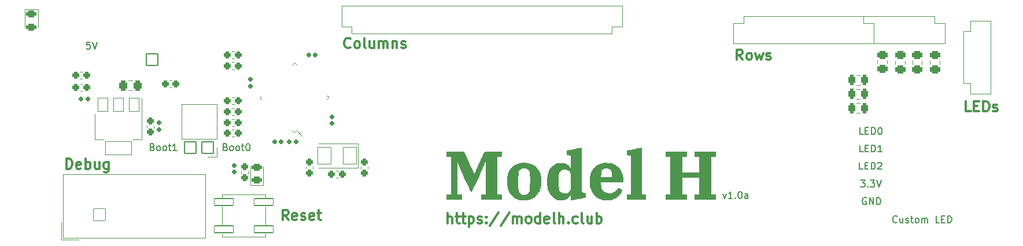
<source format=gbr>
%TF.GenerationSoftware,KiCad,Pcbnew,(6.0.6)*%
%TF.CreationDate,2022-06-30T18:10:47+10:00*%
%TF.ProjectId,modelh,6d6f6465-6c68-42e6-9b69-6361645f7063,v0.1*%
%TF.SameCoordinates,Original*%
%TF.FileFunction,Legend,Top*%
%TF.FilePolarity,Positive*%
%FSLAX46Y46*%
G04 Gerber Fmt 4.6, Leading zero omitted, Abs format (unit mm)*
G04 Created by KiCad (PCBNEW (6.0.6)) date 2022-06-30 18:10:47*
%MOMM*%
%LPD*%
G01*
G04 APERTURE LIST*
G04 Aperture macros list*
%AMRoundRect*
0 Rectangle with rounded corners*
0 $1 Rounding radius*
0 $2 $3 $4 $5 $6 $7 $8 $9 X,Y pos of 4 corners*
0 Add a 4 corners polygon primitive as box body*
4,1,4,$2,$3,$4,$5,$6,$7,$8,$9,$2,$3,0*
0 Add four circle primitives for the rounded corners*
1,1,$1+$1,$2,$3*
1,1,$1+$1,$4,$5*
1,1,$1+$1,$6,$7*
1,1,$1+$1,$8,$9*
0 Add four rect primitives between the rounded corners*
20,1,$1+$1,$2,$3,$4,$5,0*
20,1,$1+$1,$4,$5,$6,$7,0*
20,1,$1+$1,$6,$7,$8,$9,0*
20,1,$1+$1,$8,$9,$2,$3,0*%
G04 Aperture macros list end*
%ADD10C,0.150000*%
%ADD11C,0.300000*%
%ADD12C,0.120000*%
%ADD13C,0.010000*%
%ADD14O,1.801600X1.801600*%
%ADD15RoundRect,0.050800X0.850000X0.850000X-0.850000X0.850000X-0.850000X-0.850000X0.850000X-0.850000X0*%
%ADD16C,1.801600*%
%ADD17C,2.101600*%
%ADD18RoundRect,0.125800X0.521491X0.415425X0.415425X0.521491X-0.521491X-0.415425X-0.415425X-0.521491X0*%
%ADD19RoundRect,0.125800X0.521491X-0.415425X-0.415425X0.521491X-0.521491X0.415425X0.415425X-0.521491X0*%
%ADD20RoundRect,0.198300X-0.172500X0.147500X-0.172500X-0.147500X0.172500X-0.147500X0.172500X0.147500X0*%
%ADD21RoundRect,0.269550X0.218750X0.256250X-0.218750X0.256250X-0.218750X-0.256250X0.218750X-0.256250X0*%
%ADD22C,3.601600*%
%ADD23RoundRect,0.050800X0.850000X-0.850000X0.850000X0.850000X-0.850000X0.850000X-0.850000X-0.850000X0*%
%ADD24RoundRect,0.198300X0.147500X0.172500X-0.147500X0.172500X-0.147500X-0.172500X0.147500X-0.172500X0*%
%ADD25RoundRect,0.300800X-0.325000X-0.450000X0.325000X-0.450000X0.325000X0.450000X-0.325000X0.450000X0*%
%ADD26RoundRect,0.294550X0.243750X0.456250X-0.243750X0.456250X-0.243750X-0.456250X0.243750X-0.456250X0*%
%ADD27RoundRect,0.300800X-0.450000X0.325000X-0.450000X-0.325000X0.450000X-0.325000X0.450000X0.325000X0*%
%ADD28RoundRect,0.269550X-0.256250X0.218750X-0.256250X-0.218750X0.256250X-0.218750X0.256250X0.218750X0*%
%ADD29RoundRect,0.294550X0.456250X-0.243750X0.456250X0.243750X-0.456250X0.243750X-0.456250X-0.243750X0*%
%ADD30RoundRect,0.198300X-0.147500X-0.172500X0.147500X-0.172500X0.147500X0.172500X-0.147500X0.172500X0*%
%ADD31RoundRect,0.198300X0.172500X-0.147500X0.172500X0.147500X-0.172500X0.147500X-0.172500X-0.147500X0*%
%ADD32O,1.828800X1.828800*%
%ADD33RoundRect,0.050800X0.863600X-0.863600X0.863600X0.863600X-0.863600X0.863600X-0.863600X-0.863600X0*%
%ADD34RoundRect,0.269550X-0.218750X-0.256250X0.218750X-0.256250X0.218750X0.256250X-0.218750X0.256250X0*%
%ADD35RoundRect,0.050800X1.375000X0.500000X-1.375000X0.500000X-1.375000X-0.500000X1.375000X-0.500000X0*%
%ADD36RoundRect,0.050800X1.000000X1.200000X-1.000000X1.200000X-1.000000X-1.200000X1.000000X-1.200000X0*%
%ADD37RoundRect,0.050800X-0.750000X1.000000X-0.750000X-1.000000X0.750000X-1.000000X0.750000X1.000000X0*%
%ADD38RoundRect,0.050800X-1.900000X1.000000X-1.900000X-1.000000X1.900000X-1.000000X1.900000X1.000000X0*%
%ADD39RoundRect,0.269550X0.256250X-0.218750X0.256250X0.218750X-0.256250X0.218750X-0.256250X-0.218750X0*%
%ADD40C,4.101600*%
%ADD41RoundRect,0.294550X-0.456250X0.243750X-0.456250X-0.243750X0.456250X-0.243750X0.456250X0.243750X0*%
%ADD42C,0.901600*%
%ADD43C,0.701600*%
G04 APERTURE END LIST*
D10*
X98204761Y-70228571D02*
X98347619Y-70276190D01*
X98395238Y-70323809D01*
X98442857Y-70419047D01*
X98442857Y-70561904D01*
X98395238Y-70657142D01*
X98347619Y-70704761D01*
X98252380Y-70752380D01*
X97871428Y-70752380D01*
X97871428Y-69752380D01*
X98204761Y-69752380D01*
X98300000Y-69800000D01*
X98347619Y-69847619D01*
X98395238Y-69942857D01*
X98395238Y-70038095D01*
X98347619Y-70133333D01*
X98300000Y-70180952D01*
X98204761Y-70228571D01*
X97871428Y-70228571D01*
X99014285Y-70752380D02*
X98919047Y-70704761D01*
X98871428Y-70657142D01*
X98823809Y-70561904D01*
X98823809Y-70276190D01*
X98871428Y-70180952D01*
X98919047Y-70133333D01*
X99014285Y-70085714D01*
X99157142Y-70085714D01*
X99252380Y-70133333D01*
X99300000Y-70180952D01*
X99347619Y-70276190D01*
X99347619Y-70561904D01*
X99300000Y-70657142D01*
X99252380Y-70704761D01*
X99157142Y-70752380D01*
X99014285Y-70752380D01*
X99919047Y-70752380D02*
X99823809Y-70704761D01*
X99776190Y-70657142D01*
X99728571Y-70561904D01*
X99728571Y-70276190D01*
X99776190Y-70180952D01*
X99823809Y-70133333D01*
X99919047Y-70085714D01*
X100061904Y-70085714D01*
X100157142Y-70133333D01*
X100204761Y-70180952D01*
X100252380Y-70276190D01*
X100252380Y-70561904D01*
X100204761Y-70657142D01*
X100157142Y-70704761D01*
X100061904Y-70752380D01*
X99919047Y-70752380D01*
X100538095Y-70085714D02*
X100919047Y-70085714D01*
X100680952Y-69752380D02*
X100680952Y-70609523D01*
X100728571Y-70704761D01*
X100823809Y-70752380D01*
X100919047Y-70752380D01*
X101442857Y-69752380D02*
X101538095Y-69752380D01*
X101633333Y-69800000D01*
X101680952Y-69847619D01*
X101728571Y-69942857D01*
X101776190Y-70133333D01*
X101776190Y-70371428D01*
X101728571Y-70561904D01*
X101680952Y-70657142D01*
X101633333Y-70704761D01*
X101538095Y-70752380D01*
X101442857Y-70752380D01*
X101347619Y-70704761D01*
X101300000Y-70657142D01*
X101252380Y-70561904D01*
X101204761Y-70371428D01*
X101204761Y-70133333D01*
X101252380Y-69942857D01*
X101300000Y-69847619D01*
X101347619Y-69800000D01*
X101442857Y-69752380D01*
X87504761Y-70228571D02*
X87647619Y-70276190D01*
X87695238Y-70323809D01*
X87742857Y-70419047D01*
X87742857Y-70561904D01*
X87695238Y-70657142D01*
X87647619Y-70704761D01*
X87552380Y-70752380D01*
X87171428Y-70752380D01*
X87171428Y-69752380D01*
X87504761Y-69752380D01*
X87600000Y-69800000D01*
X87647619Y-69847619D01*
X87695238Y-69942857D01*
X87695238Y-70038095D01*
X87647619Y-70133333D01*
X87600000Y-70180952D01*
X87504761Y-70228571D01*
X87171428Y-70228571D01*
X88314285Y-70752380D02*
X88219047Y-70704761D01*
X88171428Y-70657142D01*
X88123809Y-70561904D01*
X88123809Y-70276190D01*
X88171428Y-70180952D01*
X88219047Y-70133333D01*
X88314285Y-70085714D01*
X88457142Y-70085714D01*
X88552380Y-70133333D01*
X88600000Y-70180952D01*
X88647619Y-70276190D01*
X88647619Y-70561904D01*
X88600000Y-70657142D01*
X88552380Y-70704761D01*
X88457142Y-70752380D01*
X88314285Y-70752380D01*
X89219047Y-70752380D02*
X89123809Y-70704761D01*
X89076190Y-70657142D01*
X89028571Y-70561904D01*
X89028571Y-70276190D01*
X89076190Y-70180952D01*
X89123809Y-70133333D01*
X89219047Y-70085714D01*
X89361904Y-70085714D01*
X89457142Y-70133333D01*
X89504761Y-70180952D01*
X89552380Y-70276190D01*
X89552380Y-70561904D01*
X89504761Y-70657142D01*
X89457142Y-70704761D01*
X89361904Y-70752380D01*
X89219047Y-70752380D01*
X89838095Y-70085714D02*
X90219047Y-70085714D01*
X89980952Y-69752380D02*
X89980952Y-70609523D01*
X90028571Y-70704761D01*
X90123809Y-70752380D01*
X90219047Y-70752380D01*
X91076190Y-70752380D02*
X90504761Y-70752380D01*
X90790476Y-70752380D02*
X90790476Y-69752380D01*
X90695238Y-69895238D01*
X90600000Y-69990476D01*
X90504761Y-70038095D01*
X196507023Y-81207142D02*
X196459404Y-81254761D01*
X196316547Y-81302380D01*
X196221309Y-81302380D01*
X196078452Y-81254761D01*
X195983214Y-81159523D01*
X195935595Y-81064285D01*
X195887976Y-80873809D01*
X195887976Y-80730952D01*
X195935595Y-80540476D01*
X195983214Y-80445238D01*
X196078452Y-80350000D01*
X196221309Y-80302380D01*
X196316547Y-80302380D01*
X196459404Y-80350000D01*
X196507023Y-80397619D01*
X197364166Y-80635714D02*
X197364166Y-81302380D01*
X196935595Y-80635714D02*
X196935595Y-81159523D01*
X196983214Y-81254761D01*
X197078452Y-81302380D01*
X197221309Y-81302380D01*
X197316547Y-81254761D01*
X197364166Y-81207142D01*
X197792738Y-81254761D02*
X197887976Y-81302380D01*
X198078452Y-81302380D01*
X198173690Y-81254761D01*
X198221309Y-81159523D01*
X198221309Y-81111904D01*
X198173690Y-81016666D01*
X198078452Y-80969047D01*
X197935595Y-80969047D01*
X197840357Y-80921428D01*
X197792738Y-80826190D01*
X197792738Y-80778571D01*
X197840357Y-80683333D01*
X197935595Y-80635714D01*
X198078452Y-80635714D01*
X198173690Y-80683333D01*
X198507023Y-80635714D02*
X198887976Y-80635714D01*
X198649880Y-80302380D02*
X198649880Y-81159523D01*
X198697500Y-81254761D01*
X198792738Y-81302380D01*
X198887976Y-81302380D01*
X199364166Y-81302380D02*
X199268928Y-81254761D01*
X199221309Y-81207142D01*
X199173690Y-81111904D01*
X199173690Y-80826190D01*
X199221309Y-80730952D01*
X199268928Y-80683333D01*
X199364166Y-80635714D01*
X199507023Y-80635714D01*
X199602261Y-80683333D01*
X199649880Y-80730952D01*
X199697500Y-80826190D01*
X199697500Y-81111904D01*
X199649880Y-81207142D01*
X199602261Y-81254761D01*
X199507023Y-81302380D01*
X199364166Y-81302380D01*
X200126071Y-81302380D02*
X200126071Y-80635714D01*
X200126071Y-80730952D02*
X200173690Y-80683333D01*
X200268928Y-80635714D01*
X200411785Y-80635714D01*
X200507023Y-80683333D01*
X200554642Y-80778571D01*
X200554642Y-81302380D01*
X200554642Y-80778571D02*
X200602261Y-80683333D01*
X200697500Y-80635714D01*
X200840357Y-80635714D01*
X200935595Y-80683333D01*
X200983214Y-80778571D01*
X200983214Y-81302380D01*
X202697500Y-81302380D02*
X202221309Y-81302380D01*
X202221309Y-80302380D01*
X203030833Y-80778571D02*
X203364166Y-80778571D01*
X203507023Y-81302380D02*
X203030833Y-81302380D01*
X203030833Y-80302380D01*
X203507023Y-80302380D01*
X203935595Y-81302380D02*
X203935595Y-80302380D01*
X204173690Y-80302380D01*
X204316547Y-80350000D01*
X204411785Y-80445238D01*
X204459404Y-80540476D01*
X204507023Y-80730952D01*
X204507023Y-80873809D01*
X204459404Y-81064285D01*
X204411785Y-81159523D01*
X204316547Y-81254761D01*
X204173690Y-81302380D01*
X203935595Y-81302380D01*
X78379523Y-54892380D02*
X77903333Y-54892380D01*
X77855714Y-55368571D01*
X77903333Y-55320952D01*
X77998571Y-55273333D01*
X78236666Y-55273333D01*
X78331904Y-55320952D01*
X78379523Y-55368571D01*
X78427142Y-55463809D01*
X78427142Y-55701904D01*
X78379523Y-55797142D01*
X78331904Y-55844761D01*
X78236666Y-55892380D01*
X77998571Y-55892380D01*
X77903333Y-55844761D01*
X77855714Y-55797142D01*
X78712857Y-54892380D02*
X79046190Y-55892380D01*
X79379523Y-54892380D01*
X192008095Y-77690000D02*
X191912857Y-77642380D01*
X191770000Y-77642380D01*
X191627142Y-77690000D01*
X191531904Y-77785238D01*
X191484285Y-77880476D01*
X191436666Y-78070952D01*
X191436666Y-78213809D01*
X191484285Y-78404285D01*
X191531904Y-78499523D01*
X191627142Y-78594761D01*
X191770000Y-78642380D01*
X191865238Y-78642380D01*
X192008095Y-78594761D01*
X192055714Y-78547142D01*
X192055714Y-78213809D01*
X191865238Y-78213809D01*
X192484285Y-78642380D02*
X192484285Y-77642380D01*
X193055714Y-78642380D01*
X193055714Y-77642380D01*
X193531904Y-78642380D02*
X193531904Y-77642380D01*
X193770000Y-77642380D01*
X193912857Y-77690000D01*
X194008095Y-77785238D01*
X194055714Y-77880476D01*
X194103333Y-78070952D01*
X194103333Y-78213809D01*
X194055714Y-78404285D01*
X194008095Y-78499523D01*
X193912857Y-78594761D01*
X193770000Y-78642380D01*
X193531904Y-78642380D01*
X191193809Y-75092380D02*
X191812857Y-75092380D01*
X191479523Y-75473333D01*
X191622380Y-75473333D01*
X191717619Y-75520952D01*
X191765238Y-75568571D01*
X191812857Y-75663809D01*
X191812857Y-75901904D01*
X191765238Y-75997142D01*
X191717619Y-76044761D01*
X191622380Y-76092380D01*
X191336666Y-76092380D01*
X191241428Y-76044761D01*
X191193809Y-75997142D01*
X192241428Y-75997142D02*
X192289047Y-76044761D01*
X192241428Y-76092380D01*
X192193809Y-76044761D01*
X192241428Y-75997142D01*
X192241428Y-76092380D01*
X192622380Y-75092380D02*
X193241428Y-75092380D01*
X192908095Y-75473333D01*
X193050952Y-75473333D01*
X193146190Y-75520952D01*
X193193809Y-75568571D01*
X193241428Y-75663809D01*
X193241428Y-75901904D01*
X193193809Y-75997142D01*
X193146190Y-76044761D01*
X193050952Y-76092380D01*
X192765238Y-76092380D01*
X192670000Y-76044761D01*
X192622380Y-75997142D01*
X193527142Y-75092380D02*
X193860476Y-76092380D01*
X194193809Y-75092380D01*
X191500952Y-73492380D02*
X191024761Y-73492380D01*
X191024761Y-72492380D01*
X191834285Y-72968571D02*
X192167619Y-72968571D01*
X192310476Y-73492380D02*
X191834285Y-73492380D01*
X191834285Y-72492380D01*
X192310476Y-72492380D01*
X192739047Y-73492380D02*
X192739047Y-72492380D01*
X192977142Y-72492380D01*
X193120000Y-72540000D01*
X193215238Y-72635238D01*
X193262857Y-72730476D01*
X193310476Y-72920952D01*
X193310476Y-73063809D01*
X193262857Y-73254285D01*
X193215238Y-73349523D01*
X193120000Y-73444761D01*
X192977142Y-73492380D01*
X192739047Y-73492380D01*
X193691428Y-72587619D02*
X193739047Y-72540000D01*
X193834285Y-72492380D01*
X194072380Y-72492380D01*
X194167619Y-72540000D01*
X194215238Y-72587619D01*
X194262857Y-72682857D01*
X194262857Y-72778095D01*
X194215238Y-72920952D01*
X193643809Y-73492380D01*
X194262857Y-73492380D01*
X191550952Y-70942380D02*
X191074761Y-70942380D01*
X191074761Y-69942380D01*
X191884285Y-70418571D02*
X192217619Y-70418571D01*
X192360476Y-70942380D02*
X191884285Y-70942380D01*
X191884285Y-69942380D01*
X192360476Y-69942380D01*
X192789047Y-70942380D02*
X192789047Y-69942380D01*
X193027142Y-69942380D01*
X193170000Y-69990000D01*
X193265238Y-70085238D01*
X193312857Y-70180476D01*
X193360476Y-70370952D01*
X193360476Y-70513809D01*
X193312857Y-70704285D01*
X193265238Y-70799523D01*
X193170000Y-70894761D01*
X193027142Y-70942380D01*
X192789047Y-70942380D01*
X194312857Y-70942380D02*
X193741428Y-70942380D01*
X194027142Y-70942380D02*
X194027142Y-69942380D01*
X193931904Y-70085238D01*
X193836666Y-70180476D01*
X193741428Y-70228095D01*
X191550952Y-68392380D02*
X191074761Y-68392380D01*
X191074761Y-67392380D01*
X191884285Y-67868571D02*
X192217619Y-67868571D01*
X192360476Y-68392380D02*
X191884285Y-68392380D01*
X191884285Y-67392380D01*
X192360476Y-67392380D01*
X192789047Y-68392380D02*
X192789047Y-67392380D01*
X193027142Y-67392380D01*
X193170000Y-67440000D01*
X193265238Y-67535238D01*
X193312857Y-67630476D01*
X193360476Y-67820952D01*
X193360476Y-67963809D01*
X193312857Y-68154285D01*
X193265238Y-68249523D01*
X193170000Y-68344761D01*
X193027142Y-68392380D01*
X192789047Y-68392380D01*
X193979523Y-67392380D02*
X194074761Y-67392380D01*
X194170000Y-67440000D01*
X194217619Y-67487619D01*
X194265238Y-67582857D01*
X194312857Y-67773333D01*
X194312857Y-68011428D01*
X194265238Y-68201904D01*
X194217619Y-68297142D01*
X194170000Y-68344761D01*
X194074761Y-68392380D01*
X193979523Y-68392380D01*
X193884285Y-68344761D01*
X193836666Y-68297142D01*
X193789047Y-68201904D01*
X193741428Y-68011428D01*
X193741428Y-67773333D01*
X193789047Y-67582857D01*
X193836666Y-67487619D01*
X193884285Y-67440000D01*
X193979523Y-67392380D01*
D11*
X207298571Y-65018571D02*
X206584285Y-65018571D01*
X206584285Y-63518571D01*
X207798571Y-64232857D02*
X208298571Y-64232857D01*
X208512857Y-65018571D02*
X207798571Y-65018571D01*
X207798571Y-63518571D01*
X208512857Y-63518571D01*
X209155714Y-65018571D02*
X209155714Y-63518571D01*
X209512857Y-63518571D01*
X209727142Y-63590000D01*
X209870000Y-63732857D01*
X209941428Y-63875714D01*
X210012857Y-64161428D01*
X210012857Y-64375714D01*
X209941428Y-64661428D01*
X209870000Y-64804285D01*
X209727142Y-64947142D01*
X209512857Y-65018571D01*
X209155714Y-65018571D01*
X210584285Y-64947142D02*
X210727142Y-65018571D01*
X211012857Y-65018571D01*
X211155714Y-64947142D01*
X211227142Y-64804285D01*
X211227142Y-64732857D01*
X211155714Y-64590000D01*
X211012857Y-64518571D01*
X210798571Y-64518571D01*
X210655714Y-64447142D01*
X210584285Y-64304285D01*
X210584285Y-64232857D01*
X210655714Y-64090000D01*
X210798571Y-64018571D01*
X211012857Y-64018571D01*
X211155714Y-64090000D01*
X107409285Y-80928571D02*
X106909285Y-80214285D01*
X106552142Y-80928571D02*
X106552142Y-79428571D01*
X107123571Y-79428571D01*
X107266428Y-79500000D01*
X107337857Y-79571428D01*
X107409285Y-79714285D01*
X107409285Y-79928571D01*
X107337857Y-80071428D01*
X107266428Y-80142857D01*
X107123571Y-80214285D01*
X106552142Y-80214285D01*
X108623571Y-80857142D02*
X108480714Y-80928571D01*
X108195000Y-80928571D01*
X108052142Y-80857142D01*
X107980714Y-80714285D01*
X107980714Y-80142857D01*
X108052142Y-80000000D01*
X108195000Y-79928571D01*
X108480714Y-79928571D01*
X108623571Y-80000000D01*
X108695000Y-80142857D01*
X108695000Y-80285714D01*
X107980714Y-80428571D01*
X109266428Y-80857142D02*
X109409285Y-80928571D01*
X109695000Y-80928571D01*
X109837857Y-80857142D01*
X109909285Y-80714285D01*
X109909285Y-80642857D01*
X109837857Y-80500000D01*
X109695000Y-80428571D01*
X109480714Y-80428571D01*
X109337857Y-80357142D01*
X109266428Y-80214285D01*
X109266428Y-80142857D01*
X109337857Y-80000000D01*
X109480714Y-79928571D01*
X109695000Y-79928571D01*
X109837857Y-80000000D01*
X111123571Y-80857142D02*
X110980714Y-80928571D01*
X110695000Y-80928571D01*
X110552142Y-80857142D01*
X110480714Y-80714285D01*
X110480714Y-80142857D01*
X110552142Y-80000000D01*
X110695000Y-79928571D01*
X110980714Y-79928571D01*
X111123571Y-80000000D01*
X111195000Y-80142857D01*
X111195000Y-80285714D01*
X110480714Y-80428571D01*
X111623571Y-79928571D02*
X112195000Y-79928571D01*
X111837857Y-79428571D02*
X111837857Y-80714285D01*
X111909285Y-80857142D01*
X112052142Y-80928571D01*
X112195000Y-80928571D01*
X74922142Y-73418571D02*
X74922142Y-71918571D01*
X75279285Y-71918571D01*
X75493571Y-71990000D01*
X75636428Y-72132857D01*
X75707857Y-72275714D01*
X75779285Y-72561428D01*
X75779285Y-72775714D01*
X75707857Y-73061428D01*
X75636428Y-73204285D01*
X75493571Y-73347142D01*
X75279285Y-73418571D01*
X74922142Y-73418571D01*
X76993571Y-73347142D02*
X76850714Y-73418571D01*
X76565000Y-73418571D01*
X76422142Y-73347142D01*
X76350714Y-73204285D01*
X76350714Y-72632857D01*
X76422142Y-72490000D01*
X76565000Y-72418571D01*
X76850714Y-72418571D01*
X76993571Y-72490000D01*
X77065000Y-72632857D01*
X77065000Y-72775714D01*
X76350714Y-72918571D01*
X77707857Y-73418571D02*
X77707857Y-71918571D01*
X77707857Y-72490000D02*
X77850714Y-72418571D01*
X78136428Y-72418571D01*
X78279285Y-72490000D01*
X78350714Y-72561428D01*
X78422142Y-72704285D01*
X78422142Y-73132857D01*
X78350714Y-73275714D01*
X78279285Y-73347142D01*
X78136428Y-73418571D01*
X77850714Y-73418571D01*
X77707857Y-73347142D01*
X79707857Y-72418571D02*
X79707857Y-73418571D01*
X79065000Y-72418571D02*
X79065000Y-73204285D01*
X79136428Y-73347142D01*
X79279285Y-73418571D01*
X79493571Y-73418571D01*
X79636428Y-73347142D01*
X79707857Y-73275714D01*
X81065000Y-72418571D02*
X81065000Y-73632857D01*
X80993571Y-73775714D01*
X80922142Y-73847142D01*
X80779285Y-73918571D01*
X80565000Y-73918571D01*
X80422142Y-73847142D01*
X81065000Y-73347142D02*
X80922142Y-73418571D01*
X80636428Y-73418571D01*
X80493571Y-73347142D01*
X80422142Y-73275714D01*
X80350714Y-73132857D01*
X80350714Y-72704285D01*
X80422142Y-72561428D01*
X80493571Y-72490000D01*
X80636428Y-72418571D01*
X80922142Y-72418571D01*
X81065000Y-72490000D01*
X116509285Y-55635714D02*
X116437857Y-55707142D01*
X116223571Y-55778571D01*
X116080714Y-55778571D01*
X115866428Y-55707142D01*
X115723571Y-55564285D01*
X115652142Y-55421428D01*
X115580714Y-55135714D01*
X115580714Y-54921428D01*
X115652142Y-54635714D01*
X115723571Y-54492857D01*
X115866428Y-54350000D01*
X116080714Y-54278571D01*
X116223571Y-54278571D01*
X116437857Y-54350000D01*
X116509285Y-54421428D01*
X117366428Y-55778571D02*
X117223571Y-55707142D01*
X117152142Y-55635714D01*
X117080714Y-55492857D01*
X117080714Y-55064285D01*
X117152142Y-54921428D01*
X117223571Y-54850000D01*
X117366428Y-54778571D01*
X117580714Y-54778571D01*
X117723571Y-54850000D01*
X117795000Y-54921428D01*
X117866428Y-55064285D01*
X117866428Y-55492857D01*
X117795000Y-55635714D01*
X117723571Y-55707142D01*
X117580714Y-55778571D01*
X117366428Y-55778571D01*
X118723571Y-55778571D02*
X118580714Y-55707142D01*
X118509285Y-55564285D01*
X118509285Y-54278571D01*
X119937857Y-54778571D02*
X119937857Y-55778571D01*
X119295000Y-54778571D02*
X119295000Y-55564285D01*
X119366428Y-55707142D01*
X119509285Y-55778571D01*
X119723571Y-55778571D01*
X119866428Y-55707142D01*
X119937857Y-55635714D01*
X120652142Y-55778571D02*
X120652142Y-54778571D01*
X120652142Y-54921428D02*
X120723571Y-54850000D01*
X120866428Y-54778571D01*
X121080714Y-54778571D01*
X121223571Y-54850000D01*
X121295000Y-54992857D01*
X121295000Y-55778571D01*
X121295000Y-54992857D02*
X121366428Y-54850000D01*
X121509285Y-54778571D01*
X121723571Y-54778571D01*
X121866428Y-54850000D01*
X121937857Y-54992857D01*
X121937857Y-55778571D01*
X122652142Y-54778571D02*
X122652142Y-55778571D01*
X122652142Y-54921428D02*
X122723571Y-54850000D01*
X122866428Y-54778571D01*
X123080714Y-54778571D01*
X123223571Y-54850000D01*
X123295000Y-54992857D01*
X123295000Y-55778571D01*
X123937857Y-55707142D02*
X124080714Y-55778571D01*
X124366428Y-55778571D01*
X124509285Y-55707142D01*
X124580714Y-55564285D01*
X124580714Y-55492857D01*
X124509285Y-55350000D01*
X124366428Y-55278571D01*
X124152142Y-55278571D01*
X124009285Y-55207142D01*
X123937857Y-55064285D01*
X123937857Y-54992857D01*
X124009285Y-54850000D01*
X124152142Y-54778571D01*
X124366428Y-54778571D01*
X124509285Y-54850000D01*
X173909285Y-57478571D02*
X173409285Y-56764285D01*
X173052142Y-57478571D02*
X173052142Y-55978571D01*
X173623571Y-55978571D01*
X173766428Y-56050000D01*
X173837857Y-56121428D01*
X173909285Y-56264285D01*
X173909285Y-56478571D01*
X173837857Y-56621428D01*
X173766428Y-56692857D01*
X173623571Y-56764285D01*
X173052142Y-56764285D01*
X174766428Y-57478571D02*
X174623571Y-57407142D01*
X174552142Y-57335714D01*
X174480714Y-57192857D01*
X174480714Y-56764285D01*
X174552142Y-56621428D01*
X174623571Y-56550000D01*
X174766428Y-56478571D01*
X174980714Y-56478571D01*
X175123571Y-56550000D01*
X175195000Y-56621428D01*
X175266428Y-56764285D01*
X175266428Y-57192857D01*
X175195000Y-57335714D01*
X175123571Y-57407142D01*
X174980714Y-57478571D01*
X174766428Y-57478571D01*
X175766428Y-56478571D02*
X176052142Y-57478571D01*
X176337857Y-56764285D01*
X176623571Y-57478571D01*
X176909285Y-56478571D01*
X177409285Y-57407142D02*
X177552142Y-57478571D01*
X177837857Y-57478571D01*
X177980714Y-57407142D01*
X178052142Y-57264285D01*
X178052142Y-57192857D01*
X177980714Y-57050000D01*
X177837857Y-56978571D01*
X177623571Y-56978571D01*
X177480714Y-56907142D01*
X177409285Y-56764285D01*
X177409285Y-56692857D01*
X177480714Y-56550000D01*
X177623571Y-56478571D01*
X177837857Y-56478571D01*
X177980714Y-56550000D01*
X130752142Y-81378571D02*
X130752142Y-79878571D01*
X131395000Y-81378571D02*
X131395000Y-80592857D01*
X131323571Y-80450000D01*
X131180714Y-80378571D01*
X130966428Y-80378571D01*
X130823571Y-80450000D01*
X130752142Y-80521428D01*
X131895000Y-80378571D02*
X132466428Y-80378571D01*
X132109285Y-79878571D02*
X132109285Y-81164285D01*
X132180714Y-81307142D01*
X132323571Y-81378571D01*
X132466428Y-81378571D01*
X132752142Y-80378571D02*
X133323571Y-80378571D01*
X132966428Y-79878571D02*
X132966428Y-81164285D01*
X133037857Y-81307142D01*
X133180714Y-81378571D01*
X133323571Y-81378571D01*
X133823571Y-80378571D02*
X133823571Y-81878571D01*
X133823571Y-80450000D02*
X133966428Y-80378571D01*
X134252142Y-80378571D01*
X134395000Y-80450000D01*
X134466428Y-80521428D01*
X134537857Y-80664285D01*
X134537857Y-81092857D01*
X134466428Y-81235714D01*
X134395000Y-81307142D01*
X134252142Y-81378571D01*
X133966428Y-81378571D01*
X133823571Y-81307142D01*
X135109285Y-81307142D02*
X135252142Y-81378571D01*
X135537857Y-81378571D01*
X135680714Y-81307142D01*
X135752142Y-81164285D01*
X135752142Y-81092857D01*
X135680714Y-80950000D01*
X135537857Y-80878571D01*
X135323571Y-80878571D01*
X135180714Y-80807142D01*
X135109285Y-80664285D01*
X135109285Y-80592857D01*
X135180714Y-80450000D01*
X135323571Y-80378571D01*
X135537857Y-80378571D01*
X135680714Y-80450000D01*
X136395000Y-81235714D02*
X136466428Y-81307142D01*
X136395000Y-81378571D01*
X136323571Y-81307142D01*
X136395000Y-81235714D01*
X136395000Y-81378571D01*
X136395000Y-80450000D02*
X136466428Y-80521428D01*
X136395000Y-80592857D01*
X136323571Y-80521428D01*
X136395000Y-80450000D01*
X136395000Y-80592857D01*
X138180714Y-79807142D02*
X136895000Y-81735714D01*
X139752142Y-79807142D02*
X138466428Y-81735714D01*
X140252142Y-81378571D02*
X140252142Y-80378571D01*
X140252142Y-80521428D02*
X140323571Y-80450000D01*
X140466428Y-80378571D01*
X140680714Y-80378571D01*
X140823571Y-80450000D01*
X140895000Y-80592857D01*
X140895000Y-81378571D01*
X140895000Y-80592857D02*
X140966428Y-80450000D01*
X141109285Y-80378571D01*
X141323571Y-80378571D01*
X141466428Y-80450000D01*
X141537857Y-80592857D01*
X141537857Y-81378571D01*
X142466428Y-81378571D02*
X142323571Y-81307142D01*
X142252142Y-81235714D01*
X142180714Y-81092857D01*
X142180714Y-80664285D01*
X142252142Y-80521428D01*
X142323571Y-80450000D01*
X142466428Y-80378571D01*
X142680714Y-80378571D01*
X142823571Y-80450000D01*
X142895000Y-80521428D01*
X142966428Y-80664285D01*
X142966428Y-81092857D01*
X142895000Y-81235714D01*
X142823571Y-81307142D01*
X142680714Y-81378571D01*
X142466428Y-81378571D01*
X144252142Y-81378571D02*
X144252142Y-79878571D01*
X144252142Y-81307142D02*
X144109285Y-81378571D01*
X143823571Y-81378571D01*
X143680714Y-81307142D01*
X143609285Y-81235714D01*
X143537857Y-81092857D01*
X143537857Y-80664285D01*
X143609285Y-80521428D01*
X143680714Y-80450000D01*
X143823571Y-80378571D01*
X144109285Y-80378571D01*
X144252142Y-80450000D01*
X145537857Y-81307142D02*
X145395000Y-81378571D01*
X145109285Y-81378571D01*
X144966428Y-81307142D01*
X144895000Y-81164285D01*
X144895000Y-80592857D01*
X144966428Y-80450000D01*
X145109285Y-80378571D01*
X145395000Y-80378571D01*
X145537857Y-80450000D01*
X145609285Y-80592857D01*
X145609285Y-80735714D01*
X144895000Y-80878571D01*
X146466428Y-81378571D02*
X146323571Y-81307142D01*
X146252142Y-81164285D01*
X146252142Y-79878571D01*
X147037857Y-81378571D02*
X147037857Y-79878571D01*
X147680714Y-81378571D02*
X147680714Y-80592857D01*
X147609285Y-80450000D01*
X147466428Y-80378571D01*
X147252142Y-80378571D01*
X147109285Y-80450000D01*
X147037857Y-80521428D01*
X148395000Y-81235714D02*
X148466428Y-81307142D01*
X148395000Y-81378571D01*
X148323571Y-81307142D01*
X148395000Y-81235714D01*
X148395000Y-81378571D01*
X149752142Y-81307142D02*
X149609285Y-81378571D01*
X149323571Y-81378571D01*
X149180714Y-81307142D01*
X149109285Y-81235714D01*
X149037857Y-81092857D01*
X149037857Y-80664285D01*
X149109285Y-80521428D01*
X149180714Y-80450000D01*
X149323571Y-80378571D01*
X149609285Y-80378571D01*
X149752142Y-80450000D01*
X150609285Y-81378571D02*
X150466428Y-81307142D01*
X150395000Y-81164285D01*
X150395000Y-79878571D01*
X151823571Y-80378571D02*
X151823571Y-81378571D01*
X151180714Y-80378571D02*
X151180714Y-81164285D01*
X151252142Y-81307142D01*
X151395000Y-81378571D01*
X151609285Y-81378571D01*
X151752142Y-81307142D01*
X151823571Y-81235714D01*
X152537857Y-81378571D02*
X152537857Y-79878571D01*
X152537857Y-80450000D02*
X152680714Y-80378571D01*
X152966428Y-80378571D01*
X153109285Y-80450000D01*
X153180714Y-80521428D01*
X153252142Y-80664285D01*
X153252142Y-81092857D01*
X153180714Y-81235714D01*
X153109285Y-81307142D01*
X152966428Y-81378571D01*
X152680714Y-81378571D01*
X152537857Y-81307142D01*
D10*
X171019047Y-77085714D02*
X171257142Y-77752380D01*
X171495238Y-77085714D01*
X172400000Y-77752380D02*
X171828571Y-77752380D01*
X172114285Y-77752380D02*
X172114285Y-76752380D01*
X172019047Y-76895238D01*
X171923809Y-76990476D01*
X171828571Y-77038095D01*
X172828571Y-77657142D02*
X172876190Y-77704761D01*
X172828571Y-77752380D01*
X172780952Y-77704761D01*
X172828571Y-77657142D01*
X172828571Y-77752380D01*
X173495238Y-76752380D02*
X173590476Y-76752380D01*
X173685714Y-76800000D01*
X173733333Y-76847619D01*
X173780952Y-76942857D01*
X173828571Y-77133333D01*
X173828571Y-77371428D01*
X173780952Y-77561904D01*
X173733333Y-77657142D01*
X173685714Y-77704761D01*
X173590476Y-77752380D01*
X173495238Y-77752380D01*
X173400000Y-77704761D01*
X173352380Y-77657142D01*
X173304761Y-77561904D01*
X173257142Y-77371428D01*
X173257142Y-77133333D01*
X173304761Y-76942857D01*
X173352380Y-76847619D01*
X173400000Y-76800000D01*
X173495238Y-76752380D01*
X174685714Y-77752380D02*
X174685714Y-77228571D01*
X174638095Y-77133333D01*
X174542857Y-77085714D01*
X174352380Y-77085714D01*
X174257142Y-77133333D01*
X174685714Y-77704761D02*
X174590476Y-77752380D01*
X174352380Y-77752380D01*
X174257142Y-77704761D01*
X174209523Y-77609523D01*
X174209523Y-77514285D01*
X174257142Y-77419047D01*
X174352380Y-77371428D01*
X174590476Y-77371428D01*
X174685714Y-77323809D01*
D12*
%TO.C,J5*%
X96940000Y-71670000D02*
X95610000Y-71670000D01*
X96940000Y-70340000D02*
X96940000Y-71670000D01*
X96940000Y-69070000D02*
X91740000Y-69070000D01*
X91740000Y-69070000D02*
X91740000Y-63930000D01*
X96940000Y-69070000D02*
X96940000Y-63930000D01*
X96940000Y-63930000D02*
X91740000Y-63930000D01*
%TO.C,G\u002A\u002A\u002A*%
G36*
X139429271Y-74716752D02*
G01*
X139485415Y-74404686D01*
X139487329Y-74397190D01*
X139642050Y-73945793D01*
X139856798Y-73553180D01*
X140128455Y-73221738D01*
X140453902Y-72953850D01*
X140830020Y-72751900D01*
X141253692Y-72618273D01*
X141721798Y-72555353D01*
X141902667Y-72550470D01*
X142378681Y-72588227D01*
X142814878Y-72699425D01*
X143207206Y-72880949D01*
X143551613Y-73129688D01*
X143844046Y-73442529D01*
X144080454Y-73816359D01*
X144256784Y-74248065D01*
X144297916Y-74390500D01*
X144342852Y-74632014D01*
X144369972Y-74928898D01*
X144379259Y-75253748D01*
X144370700Y-75579160D01*
X144344277Y-75877730D01*
X144299975Y-76122053D01*
X144298915Y-76126167D01*
X144153537Y-76543630D01*
X143947699Y-76922943D01*
X143689580Y-77253431D01*
X143387357Y-77524420D01*
X143088000Y-77706865D01*
X142700108Y-77853421D01*
X142271423Y-77939509D01*
X141822526Y-77962985D01*
X141373997Y-77921705D01*
X141251026Y-77898196D01*
X140828499Y-77767402D01*
X140454236Y-77567927D01*
X140130818Y-77302371D01*
X139860825Y-76973338D01*
X139646837Y-76583430D01*
X139491434Y-76135248D01*
X139487329Y-76119476D01*
X139430419Y-75809130D01*
X139401773Y-75450726D01*
X139401576Y-75257761D01*
X140988562Y-75257761D01*
X140989931Y-75571308D01*
X140994597Y-75871207D01*
X141002564Y-76143654D01*
X141013832Y-76374845D01*
X141028405Y-76550976D01*
X141046284Y-76658245D01*
X141049054Y-76666992D01*
X141172493Y-76898746D01*
X141355291Y-77084216D01*
X141498748Y-77171109D01*
X141705148Y-77230011D01*
X141943752Y-77240013D01*
X142180781Y-77203458D01*
X142382457Y-77122684D01*
X142405492Y-77108282D01*
X142554386Y-76971549D01*
X142670121Y-76795710D01*
X142699038Y-76734291D01*
X142721926Y-76673814D01*
X142739616Y-76603703D01*
X142752937Y-76513382D01*
X142762720Y-76392273D01*
X142769793Y-76229801D01*
X142774988Y-76015389D01*
X142779134Y-75738461D01*
X142783060Y-75388440D01*
X142783448Y-75351384D01*
X142786546Y-74938772D01*
X142785476Y-74601212D01*
X142778883Y-74329134D01*
X142765413Y-74112968D01*
X142743711Y-73943145D01*
X142712424Y-73810098D01*
X142670196Y-73704255D01*
X142615674Y-73616050D01*
X142547504Y-73535911D01*
X142522963Y-73510786D01*
X142322794Y-73364694D01*
X142094660Y-73285798D01*
X141854297Y-73270338D01*
X141617436Y-73314556D01*
X141399813Y-73414692D01*
X141217160Y-73566985D01*
X141085211Y-73767678D01*
X141049485Y-73862868D01*
X141031111Y-73968428D01*
X141016023Y-74143162D01*
X141004222Y-74373266D01*
X140995710Y-74644936D01*
X140990489Y-74944369D01*
X140988562Y-75257761D01*
X139401576Y-75257761D01*
X139401390Y-75076016D01*
X139429271Y-74716752D01*
G37*
D13*
X139429271Y-74716752D02*
X139485415Y-74404686D01*
X139487329Y-74397190D01*
X139642050Y-73945793D01*
X139856798Y-73553180D01*
X140128455Y-73221738D01*
X140453902Y-72953850D01*
X140830020Y-72751900D01*
X141253692Y-72618273D01*
X141721798Y-72555353D01*
X141902667Y-72550470D01*
X142378681Y-72588227D01*
X142814878Y-72699425D01*
X143207206Y-72880949D01*
X143551613Y-73129688D01*
X143844046Y-73442529D01*
X144080454Y-73816359D01*
X144256784Y-74248065D01*
X144297916Y-74390500D01*
X144342852Y-74632014D01*
X144369972Y-74928898D01*
X144379259Y-75253748D01*
X144370700Y-75579160D01*
X144344277Y-75877730D01*
X144299975Y-76122053D01*
X144298915Y-76126167D01*
X144153537Y-76543630D01*
X143947699Y-76922943D01*
X143689580Y-77253431D01*
X143387357Y-77524420D01*
X143088000Y-77706865D01*
X142700108Y-77853421D01*
X142271423Y-77939509D01*
X141822526Y-77962985D01*
X141373997Y-77921705D01*
X141251026Y-77898196D01*
X140828499Y-77767402D01*
X140454236Y-77567927D01*
X140130818Y-77302371D01*
X139860825Y-76973338D01*
X139646837Y-76583430D01*
X139491434Y-76135248D01*
X139487329Y-76119476D01*
X139430419Y-75809130D01*
X139401773Y-75450726D01*
X139401576Y-75257761D01*
X140988562Y-75257761D01*
X140989931Y-75571308D01*
X140994597Y-75871207D01*
X141002564Y-76143654D01*
X141013832Y-76374845D01*
X141028405Y-76550976D01*
X141046284Y-76658245D01*
X141049054Y-76666992D01*
X141172493Y-76898746D01*
X141355291Y-77084216D01*
X141498748Y-77171109D01*
X141705148Y-77230011D01*
X141943752Y-77240013D01*
X142180781Y-77203458D01*
X142382457Y-77122684D01*
X142405492Y-77108282D01*
X142554386Y-76971549D01*
X142670121Y-76795710D01*
X142699038Y-76734291D01*
X142721926Y-76673814D01*
X142739616Y-76603703D01*
X142752937Y-76513382D01*
X142762720Y-76392273D01*
X142769793Y-76229801D01*
X142774988Y-76015389D01*
X142779134Y-75738461D01*
X142783060Y-75388440D01*
X142783448Y-75351384D01*
X142786546Y-74938772D01*
X142785476Y-74601212D01*
X142778883Y-74329134D01*
X142765413Y-74112968D01*
X142743711Y-73943145D01*
X142712424Y-73810098D01*
X142670196Y-73704255D01*
X142615674Y-73616050D01*
X142547504Y-73535911D01*
X142522963Y-73510786D01*
X142322794Y-73364694D01*
X142094660Y-73285798D01*
X141854297Y-73270338D01*
X141617436Y-73314556D01*
X141399813Y-73414692D01*
X141217160Y-73566985D01*
X141085211Y-73767678D01*
X141049485Y-73862868D01*
X141031111Y-73968428D01*
X141016023Y-74143162D01*
X141004222Y-74373266D01*
X140995710Y-74644936D01*
X140990489Y-74944369D01*
X140988562Y-75257761D01*
X139401576Y-75257761D01*
X139401390Y-75076016D01*
X139429271Y-74716752D01*
G36*
X145350917Y-74449496D02*
G01*
X145478080Y-73983235D01*
X145658617Y-73575189D01*
X145890245Y-73229314D01*
X146170678Y-72949567D01*
X146253312Y-72886711D01*
X146480659Y-72742887D01*
X146703700Y-72647458D01*
X146948356Y-72592905D01*
X147240551Y-72571706D01*
X147342500Y-72570728D01*
X147551852Y-72573957D01*
X147703404Y-72585990D01*
X147823911Y-72611329D01*
X147940131Y-72654476D01*
X147998667Y-72681141D01*
X148188032Y-72793033D01*
X148371180Y-72940066D01*
X148525147Y-73100875D01*
X148626972Y-73254093D01*
X148635922Y-73274112D01*
X148681812Y-73359128D01*
X148722692Y-73395641D01*
X148723469Y-73395667D01*
X148734079Y-73355310D01*
X148743511Y-73242143D01*
X148751308Y-73068019D01*
X148757016Y-72844791D01*
X148760178Y-72584312D01*
X148760667Y-72427896D01*
X148760667Y-71460125D01*
X148189167Y-71338261D01*
X148189167Y-70755285D01*
X149184000Y-70552700D01*
X149465025Y-70495858D01*
X149719714Y-70445073D01*
X149935916Y-70402710D01*
X150101480Y-70371132D01*
X150204255Y-70352703D01*
X150231750Y-70348891D01*
X150241911Y-70364572D01*
X150250772Y-70415242D01*
X150258408Y-70505590D01*
X150264896Y-70640304D01*
X150270313Y-70824073D01*
X150274734Y-71061586D01*
X150278235Y-71357532D01*
X150280894Y-71716598D01*
X150282787Y-72143474D01*
X150283989Y-72642849D01*
X150284577Y-73219411D01*
X150284667Y-73600975D01*
X150284667Y-76854284D01*
X150570417Y-76913559D01*
X150856167Y-76972833D01*
X150868569Y-77253537D01*
X150873540Y-77403648D01*
X150866988Y-77490211D01*
X150841754Y-77534231D01*
X150790678Y-77556714D01*
X150762736Y-77564048D01*
X150696931Y-77578691D01*
X150566079Y-77606300D01*
X150384284Y-77644012D01*
X150165650Y-77688962D01*
X149924282Y-77738285D01*
X149674283Y-77789117D01*
X149429757Y-77838594D01*
X149204808Y-77883851D01*
X149013541Y-77922024D01*
X148870060Y-77950248D01*
X148788467Y-77965660D01*
X148775343Y-77967667D01*
X148769505Y-77928222D01*
X148762825Y-77821410D01*
X148756208Y-77664510D01*
X148751515Y-77512583D01*
X148739500Y-77057500D01*
X148647837Y-77226833D01*
X148530923Y-77395368D01*
X148368141Y-77570260D01*
X148189638Y-77720586D01*
X148122385Y-77765806D01*
X147876905Y-77875647D01*
X147582539Y-77941227D01*
X147264072Y-77960009D01*
X146946290Y-77929456D01*
X146813333Y-77899800D01*
X146466709Y-77764112D01*
X146154495Y-77554387D01*
X145881299Y-77275834D01*
X145651730Y-76933664D01*
X145470395Y-76533087D01*
X145394478Y-76295500D01*
X145350872Y-76079197D01*
X145319548Y-75803316D01*
X145301077Y-75492131D01*
X145296033Y-75169918D01*
X145304989Y-74860952D01*
X145310225Y-74800534D01*
X146902291Y-74800534D01*
X146903606Y-75126182D01*
X146905837Y-75324547D01*
X146910404Y-75653451D01*
X146915430Y-75909164D01*
X146921895Y-76103161D01*
X146930775Y-76246916D01*
X146943051Y-76351904D01*
X146959699Y-76429598D01*
X146981700Y-76491474D01*
X147010030Y-76549005D01*
X147010297Y-76549500D01*
X147166497Y-76773002D01*
X147360072Y-76924978D01*
X147599781Y-77010463D01*
X147854425Y-77034676D01*
X148062959Y-77020528D01*
X148235258Y-76968652D01*
X148298925Y-76937796D01*
X148494595Y-76787831D01*
X148612500Y-76634340D01*
X148739500Y-76429420D01*
X148752838Y-75369194D01*
X148756193Y-74989850D01*
X148754826Y-74684359D01*
X148747438Y-74441976D01*
X148732731Y-74251955D01*
X148709406Y-74103552D01*
X148676164Y-73986022D01*
X148631705Y-73888620D01*
X148574732Y-73800601D01*
X148560992Y-73782219D01*
X148389896Y-73623218D01*
X148174199Y-73520637D01*
X147932536Y-73474594D01*
X147683541Y-73485209D01*
X147445851Y-73552600D01*
X147238098Y-73676886D01*
X147140298Y-73773138D01*
X147067806Y-73865176D01*
X147011003Y-73956547D01*
X146968173Y-74058598D01*
X146937601Y-74182676D01*
X146917573Y-74340127D01*
X146906375Y-74542297D01*
X146902291Y-74800534D01*
X145310225Y-74800534D01*
X145328517Y-74589508D01*
X145350917Y-74449496D01*
G37*
X145350917Y-74449496D02*
X145478080Y-73983235D01*
X145658617Y-73575189D01*
X145890245Y-73229314D01*
X146170678Y-72949567D01*
X146253312Y-72886711D01*
X146480659Y-72742887D01*
X146703700Y-72647458D01*
X146948356Y-72592905D01*
X147240551Y-72571706D01*
X147342500Y-72570728D01*
X147551852Y-72573957D01*
X147703404Y-72585990D01*
X147823911Y-72611329D01*
X147940131Y-72654476D01*
X147998667Y-72681141D01*
X148188032Y-72793033D01*
X148371180Y-72940066D01*
X148525147Y-73100875D01*
X148626972Y-73254093D01*
X148635922Y-73274112D01*
X148681812Y-73359128D01*
X148722692Y-73395641D01*
X148723469Y-73395667D01*
X148734079Y-73355310D01*
X148743511Y-73242143D01*
X148751308Y-73068019D01*
X148757016Y-72844791D01*
X148760178Y-72584312D01*
X148760667Y-72427896D01*
X148760667Y-71460125D01*
X148189167Y-71338261D01*
X148189167Y-70755285D01*
X149184000Y-70552700D01*
X149465025Y-70495858D01*
X149719714Y-70445073D01*
X149935916Y-70402710D01*
X150101480Y-70371132D01*
X150204255Y-70352703D01*
X150231750Y-70348891D01*
X150241911Y-70364572D01*
X150250772Y-70415242D01*
X150258408Y-70505590D01*
X150264896Y-70640304D01*
X150270313Y-70824073D01*
X150274734Y-71061586D01*
X150278235Y-71357532D01*
X150280894Y-71716598D01*
X150282787Y-72143474D01*
X150283989Y-72642849D01*
X150284577Y-73219411D01*
X150284667Y-73600975D01*
X150284667Y-76854284D01*
X150570417Y-76913559D01*
X150856167Y-76972833D01*
X150868569Y-77253537D01*
X150873540Y-77403648D01*
X150866988Y-77490211D01*
X150841754Y-77534231D01*
X150790678Y-77556714D01*
X150762736Y-77564048D01*
X150696931Y-77578691D01*
X150566079Y-77606300D01*
X150384284Y-77644012D01*
X150165650Y-77688962D01*
X149924282Y-77738285D01*
X149674283Y-77789117D01*
X149429757Y-77838594D01*
X149204808Y-77883851D01*
X149013541Y-77922024D01*
X148870060Y-77950248D01*
X148788467Y-77965660D01*
X148775343Y-77967667D01*
X148769505Y-77928222D01*
X148762825Y-77821410D01*
X148756208Y-77664510D01*
X148751515Y-77512583D01*
X148739500Y-77057500D01*
X148647837Y-77226833D01*
X148530923Y-77395368D01*
X148368141Y-77570260D01*
X148189638Y-77720586D01*
X148122385Y-77765806D01*
X147876905Y-77875647D01*
X147582539Y-77941227D01*
X147264072Y-77960009D01*
X146946290Y-77929456D01*
X146813333Y-77899800D01*
X146466709Y-77764112D01*
X146154495Y-77554387D01*
X145881299Y-77275834D01*
X145651730Y-76933664D01*
X145470395Y-76533087D01*
X145394478Y-76295500D01*
X145350872Y-76079197D01*
X145319548Y-75803316D01*
X145301077Y-75492131D01*
X145296033Y-75169918D01*
X145304989Y-74860952D01*
X145310225Y-74800534D01*
X146902291Y-74800534D01*
X146903606Y-75126182D01*
X146905837Y-75324547D01*
X146910404Y-75653451D01*
X146915430Y-75909164D01*
X146921895Y-76103161D01*
X146930775Y-76246916D01*
X146943051Y-76351904D01*
X146959699Y-76429598D01*
X146981700Y-76491474D01*
X147010030Y-76549005D01*
X147010297Y-76549500D01*
X147166497Y-76773002D01*
X147360072Y-76924978D01*
X147599781Y-77010463D01*
X147854425Y-77034676D01*
X148062959Y-77020528D01*
X148235258Y-76968652D01*
X148298925Y-76937796D01*
X148494595Y-76787831D01*
X148612500Y-76634340D01*
X148739500Y-76429420D01*
X148752838Y-75369194D01*
X148756193Y-74989850D01*
X148754826Y-74684359D01*
X148747438Y-74441976D01*
X148732731Y-74251955D01*
X148709406Y-74103552D01*
X148676164Y-73986022D01*
X148631705Y-73888620D01*
X148574732Y-73800601D01*
X148560992Y-73782219D01*
X148389896Y-73623218D01*
X148174199Y-73520637D01*
X147932536Y-73474594D01*
X147683541Y-73485209D01*
X147445851Y-73552600D01*
X147238098Y-73676886D01*
X147140298Y-73773138D01*
X147067806Y-73865176D01*
X147011003Y-73956547D01*
X146968173Y-74058598D01*
X146937601Y-74182676D01*
X146917573Y-74340127D01*
X146906375Y-74542297D01*
X146902291Y-74800534D01*
X145310225Y-74800534D01*
X145328517Y-74589508D01*
X145350917Y-74449496D01*
G36*
X151596263Y-74393379D02*
G01*
X151748398Y-73945438D01*
X151959623Y-73553870D01*
X152226636Y-73222021D01*
X152546135Y-72953237D01*
X152914815Y-72750865D01*
X153329373Y-72618249D01*
X153353833Y-72612962D01*
X153807472Y-72553515D01*
X154253954Y-72564414D01*
X154681630Y-72642712D01*
X155078848Y-72785466D01*
X155433958Y-72989730D01*
X155687277Y-73202778D01*
X155955578Y-73529301D01*
X156153106Y-73902189D01*
X156279767Y-74321193D01*
X156335466Y-74786063D01*
X156338333Y-74926438D01*
X156338333Y-75300667D01*
X153067023Y-75300667D01*
X153095674Y-75671083D01*
X153129490Y-75973448D01*
X153182866Y-76211146D01*
X153262838Y-76403247D01*
X153376439Y-76568817D01*
X153460563Y-76660262D01*
X153693846Y-76836713D01*
X153965818Y-76949107D01*
X154261675Y-76999012D01*
X154566612Y-76987997D01*
X154865827Y-76917632D01*
X155144514Y-76789486D01*
X155387869Y-76605129D01*
X155531233Y-76440768D01*
X155606757Y-76331679D01*
X155659241Y-76246938D01*
X155671602Y-76221360D01*
X155710935Y-76218615D01*
X155797921Y-76252796D01*
X155911367Y-76311548D01*
X156030082Y-76382514D01*
X156132873Y-76453338D01*
X156198548Y-76511663D01*
X156211333Y-76536056D01*
X156192611Y-76593946D01*
X156143784Y-76701430D01*
X156082865Y-76821013D01*
X155863053Y-77147294D01*
X155578262Y-77433842D01*
X155243757Y-77667935D01*
X154874800Y-77836850D01*
X154856667Y-77843040D01*
X154612904Y-77902511D01*
X154317078Y-77940514D01*
X153999338Y-77955805D01*
X153689836Y-77947142D01*
X153418723Y-77913282D01*
X153375000Y-77904115D01*
X152962112Y-77768647D01*
X152588130Y-77561663D01*
X152259444Y-77289822D01*
X151982439Y-76959781D01*
X151763504Y-76578198D01*
X151609025Y-76151729D01*
X151579946Y-76033143D01*
X151534963Y-75744353D01*
X151513342Y-75409922D01*
X151514780Y-75060336D01*
X151538973Y-74726080D01*
X151570335Y-74532149D01*
X153095055Y-74532149D01*
X153097999Y-74614202D01*
X153101559Y-74626125D01*
X153150059Y-74638728D01*
X153270920Y-74649553D01*
X153451846Y-74658031D01*
X153680540Y-74663592D01*
X153944705Y-74665664D01*
X153954176Y-74665667D01*
X154782356Y-74665667D01*
X154764335Y-74295250D01*
X154723994Y-73949741D01*
X154639273Y-73675489D01*
X154508918Y-73470890D01*
X154331676Y-73334342D01*
X154106294Y-73264240D01*
X153949827Y-73253399D01*
X153703602Y-73277105D01*
X153507285Y-73351178D01*
X153355443Y-73481986D01*
X153242640Y-73675896D01*
X153163444Y-73939275D01*
X153117827Y-74228343D01*
X153101967Y-74396141D01*
X153095055Y-74532149D01*
X151570335Y-74532149D01*
X151585619Y-74437639D01*
X151596263Y-74393379D01*
G37*
X151596263Y-74393379D02*
X151748398Y-73945438D01*
X151959623Y-73553870D01*
X152226636Y-73222021D01*
X152546135Y-72953237D01*
X152914815Y-72750865D01*
X153329373Y-72618249D01*
X153353833Y-72612962D01*
X153807472Y-72553515D01*
X154253954Y-72564414D01*
X154681630Y-72642712D01*
X155078848Y-72785466D01*
X155433958Y-72989730D01*
X155687277Y-73202778D01*
X155955578Y-73529301D01*
X156153106Y-73902189D01*
X156279767Y-74321193D01*
X156335466Y-74786063D01*
X156338333Y-74926438D01*
X156338333Y-75300667D01*
X153067023Y-75300667D01*
X153095674Y-75671083D01*
X153129490Y-75973448D01*
X153182866Y-76211146D01*
X153262838Y-76403247D01*
X153376439Y-76568817D01*
X153460563Y-76660262D01*
X153693846Y-76836713D01*
X153965818Y-76949107D01*
X154261675Y-76999012D01*
X154566612Y-76987997D01*
X154865827Y-76917632D01*
X155144514Y-76789486D01*
X155387869Y-76605129D01*
X155531233Y-76440768D01*
X155606757Y-76331679D01*
X155659241Y-76246938D01*
X155671602Y-76221360D01*
X155710935Y-76218615D01*
X155797921Y-76252796D01*
X155911367Y-76311548D01*
X156030082Y-76382514D01*
X156132873Y-76453338D01*
X156198548Y-76511663D01*
X156211333Y-76536056D01*
X156192611Y-76593946D01*
X156143784Y-76701430D01*
X156082865Y-76821013D01*
X155863053Y-77147294D01*
X155578262Y-77433842D01*
X155243757Y-77667935D01*
X154874800Y-77836850D01*
X154856667Y-77843040D01*
X154612904Y-77902511D01*
X154317078Y-77940514D01*
X153999338Y-77955805D01*
X153689836Y-77947142D01*
X153418723Y-77913282D01*
X153375000Y-77904115D01*
X152962112Y-77768647D01*
X152588130Y-77561663D01*
X152259444Y-77289822D01*
X151982439Y-76959781D01*
X151763504Y-76578198D01*
X151609025Y-76151729D01*
X151579946Y-76033143D01*
X151534963Y-75744353D01*
X151513342Y-75409922D01*
X151514780Y-75060336D01*
X151538973Y-74726080D01*
X151570335Y-74532149D01*
X153095055Y-74532149D01*
X153097999Y-74614202D01*
X153101559Y-74626125D01*
X153150059Y-74638728D01*
X153270920Y-74649553D01*
X153451846Y-74658031D01*
X153680540Y-74663592D01*
X153944705Y-74665664D01*
X153954176Y-74665667D01*
X154782356Y-74665667D01*
X154764335Y-74295250D01*
X154723994Y-73949741D01*
X154639273Y-73675489D01*
X154508918Y-73470890D01*
X154331676Y-73334342D01*
X154106294Y-73264240D01*
X153949827Y-73253399D01*
X153703602Y-73277105D01*
X153507285Y-73351178D01*
X153355443Y-73481986D01*
X153242640Y-73675896D01*
X153163444Y-73939275D01*
X153117827Y-74228343D01*
X153101967Y-74396141D01*
X153095055Y-74532149D01*
X151570335Y-74532149D01*
X151585619Y-74437639D01*
X151596263Y-74393379D01*
G36*
X133670367Y-72284416D02*
G01*
X133823886Y-72614104D01*
X133972263Y-72933090D01*
X134110120Y-73229784D01*
X134232075Y-73492595D01*
X134332749Y-73709931D01*
X134406763Y-73870201D01*
X134439708Y-73941967D01*
X134516004Y-74095170D01*
X134577436Y-74191061D01*
X134617280Y-74219460D01*
X134621383Y-74216883D01*
X134643404Y-74173939D01*
X134694946Y-74063298D01*
X134771633Y-73894851D01*
X134869088Y-73678485D01*
X134982934Y-73424088D01*
X135108793Y-73141549D01*
X135242289Y-72840756D01*
X135379045Y-72531599D01*
X135514683Y-72223964D01*
X135644827Y-71927742D01*
X135765099Y-71652819D01*
X135871123Y-71409085D01*
X135958521Y-71206428D01*
X136022916Y-71054736D01*
X136048306Y-70993250D01*
X136074270Y-70977342D01*
X136142642Y-70964707D01*
X136260561Y-70955050D01*
X136435167Y-70948079D01*
X136673598Y-70943499D01*
X136982996Y-70941016D01*
X137335196Y-70940333D01*
X138600667Y-70940333D01*
X138600667Y-71617667D01*
X137923333Y-71617667D01*
X137923333Y-77205667D01*
X138600667Y-77205667D01*
X138600667Y-77840667D01*
X135595000Y-77840667D01*
X135595000Y-77209091D01*
X135944250Y-77196795D01*
X136293500Y-77184500D01*
X136304419Y-74676250D01*
X136305861Y-74224157D01*
X136306201Y-73798252D01*
X136305500Y-73405897D01*
X136303820Y-73054452D01*
X136301224Y-72751278D01*
X136297774Y-72503738D01*
X136293531Y-72319192D01*
X136288559Y-72205001D01*
X136283252Y-72168389D01*
X136258086Y-72205926D01*
X136208168Y-72309809D01*
X136139091Y-72467344D01*
X136056452Y-72665834D01*
X135980102Y-72856306D01*
X135906011Y-73037129D01*
X135807825Y-73265960D01*
X135689553Y-73534284D01*
X135555202Y-73833586D01*
X135408780Y-74155351D01*
X135254294Y-74491064D01*
X135095753Y-74832211D01*
X134937163Y-75170277D01*
X134782532Y-75496747D01*
X134635868Y-75803105D01*
X134501179Y-76080838D01*
X134382473Y-76321429D01*
X134283756Y-76516366D01*
X134209036Y-76657132D01*
X134162322Y-76735212D01*
X134148419Y-76747999D01*
X134118189Y-76697071D01*
X134057331Y-76578096D01*
X133970068Y-76400186D01*
X133860625Y-76172455D01*
X133733224Y-75904016D01*
X133592090Y-75603982D01*
X133441446Y-75281467D01*
X133285515Y-74945584D01*
X133128522Y-74605445D01*
X132974690Y-74270165D01*
X132828242Y-73948856D01*
X132693402Y-73650631D01*
X132574393Y-73384605D01*
X132475440Y-73159890D01*
X132400766Y-72985599D01*
X132370334Y-72911432D01*
X132281774Y-72691314D01*
X132201862Y-72495967D01*
X132136795Y-72340287D01*
X132092769Y-72239171D01*
X132078709Y-72210333D01*
X132071499Y-72238982D01*
X132064815Y-72346563D01*
X132058746Y-72527346D01*
X132053382Y-72775599D01*
X132048813Y-73085588D01*
X132045127Y-73451581D01*
X132042414Y-73867848D01*
X132040764Y-74328655D01*
X132040287Y-74676250D01*
X132039000Y-77205667D01*
X132716333Y-77205667D01*
X132716333Y-77840667D01*
X130557333Y-77840667D01*
X130557333Y-77205667D01*
X131234667Y-77205667D01*
X131234667Y-71617667D01*
X130557333Y-71617667D01*
X130557333Y-70940333D01*
X133044151Y-70940333D01*
X133670367Y-72284416D01*
G37*
X133670367Y-72284416D02*
X133823886Y-72614104D01*
X133972263Y-72933090D01*
X134110120Y-73229784D01*
X134232075Y-73492595D01*
X134332749Y-73709931D01*
X134406763Y-73870201D01*
X134439708Y-73941967D01*
X134516004Y-74095170D01*
X134577436Y-74191061D01*
X134617280Y-74219460D01*
X134621383Y-74216883D01*
X134643404Y-74173939D01*
X134694946Y-74063298D01*
X134771633Y-73894851D01*
X134869088Y-73678485D01*
X134982934Y-73424088D01*
X135108793Y-73141549D01*
X135242289Y-72840756D01*
X135379045Y-72531599D01*
X135514683Y-72223964D01*
X135644827Y-71927742D01*
X135765099Y-71652819D01*
X135871123Y-71409085D01*
X135958521Y-71206428D01*
X136022916Y-71054736D01*
X136048306Y-70993250D01*
X136074270Y-70977342D01*
X136142642Y-70964707D01*
X136260561Y-70955050D01*
X136435167Y-70948079D01*
X136673598Y-70943499D01*
X136982996Y-70941016D01*
X137335196Y-70940333D01*
X138600667Y-70940333D01*
X138600667Y-71617667D01*
X137923333Y-71617667D01*
X137923333Y-77205667D01*
X138600667Y-77205667D01*
X138600667Y-77840667D01*
X135595000Y-77840667D01*
X135595000Y-77209091D01*
X135944250Y-77196795D01*
X136293500Y-77184500D01*
X136304419Y-74676250D01*
X136305861Y-74224157D01*
X136306201Y-73798252D01*
X136305500Y-73405897D01*
X136303820Y-73054452D01*
X136301224Y-72751278D01*
X136297774Y-72503738D01*
X136293531Y-72319192D01*
X136288559Y-72205001D01*
X136283252Y-72168389D01*
X136258086Y-72205926D01*
X136208168Y-72309809D01*
X136139091Y-72467344D01*
X136056452Y-72665834D01*
X135980102Y-72856306D01*
X135906011Y-73037129D01*
X135807825Y-73265960D01*
X135689553Y-73534284D01*
X135555202Y-73833586D01*
X135408780Y-74155351D01*
X135254294Y-74491064D01*
X135095753Y-74832211D01*
X134937163Y-75170277D01*
X134782532Y-75496747D01*
X134635868Y-75803105D01*
X134501179Y-76080838D01*
X134382473Y-76321429D01*
X134283756Y-76516366D01*
X134209036Y-76657132D01*
X134162322Y-76735212D01*
X134148419Y-76747999D01*
X134118189Y-76697071D01*
X134057331Y-76578096D01*
X133970068Y-76400186D01*
X133860625Y-76172455D01*
X133733224Y-75904016D01*
X133592090Y-75603982D01*
X133441446Y-75281467D01*
X133285515Y-74945584D01*
X133128522Y-74605445D01*
X132974690Y-74270165D01*
X132828242Y-73948856D01*
X132693402Y-73650631D01*
X132574393Y-73384605D01*
X132475440Y-73159890D01*
X132400766Y-72985599D01*
X132370334Y-72911432D01*
X132281774Y-72691314D01*
X132201862Y-72495967D01*
X132136795Y-72340287D01*
X132092769Y-72239171D01*
X132078709Y-72210333D01*
X132071499Y-72238982D01*
X132064815Y-72346563D01*
X132058746Y-72527346D01*
X132053382Y-72775599D01*
X132048813Y-73085588D01*
X132045127Y-73451581D01*
X132042414Y-73867848D01*
X132040764Y-74328655D01*
X132040287Y-74676250D01*
X132039000Y-77205667D01*
X132716333Y-77205667D01*
X132716333Y-77840667D01*
X130557333Y-77840667D01*
X130557333Y-77205667D01*
X131234667Y-77205667D01*
X131234667Y-71617667D01*
X130557333Y-71617667D01*
X130557333Y-70940333D01*
X133044151Y-70940333D01*
X133670367Y-72284416D01*
G36*
X159046994Y-70365149D02*
G01*
X159055670Y-70415343D01*
X159063181Y-70504860D01*
X159069597Y-70638273D01*
X159074989Y-70820154D01*
X159079428Y-71055076D01*
X159082984Y-71347612D01*
X159085729Y-71702335D01*
X159087732Y-72123817D01*
X159089064Y-72616631D01*
X159089796Y-73185350D01*
X159090000Y-73776667D01*
X159090000Y-77205667D01*
X159682667Y-77205667D01*
X159682667Y-77840667D01*
X156973333Y-77840667D01*
X156973333Y-77205667D01*
X157566000Y-77205667D01*
X157566000Y-71454336D01*
X157322583Y-71406501D01*
X157151622Y-71372457D01*
X157047381Y-71341432D01*
X156994279Y-71296569D01*
X156976736Y-71221012D01*
X156979171Y-71097904D01*
X156981969Y-71037992D01*
X156994500Y-70753488D01*
X157989333Y-70552615D01*
X158270409Y-70496209D01*
X158525137Y-70445753D01*
X158741359Y-70403601D01*
X158906916Y-70372107D01*
X159009652Y-70353627D01*
X159037083Y-70349704D01*
X159046994Y-70365149D01*
G37*
X159046994Y-70365149D02*
X159055670Y-70415343D01*
X159063181Y-70504860D01*
X159069597Y-70638273D01*
X159074989Y-70820154D01*
X159079428Y-71055076D01*
X159082984Y-71347612D01*
X159085729Y-71702335D01*
X159087732Y-72123817D01*
X159089064Y-72616631D01*
X159089796Y-73185350D01*
X159090000Y-73776667D01*
X159090000Y-77205667D01*
X159682667Y-77205667D01*
X159682667Y-77840667D01*
X156973333Y-77840667D01*
X156973333Y-77205667D01*
X157566000Y-77205667D01*
X157566000Y-71454336D01*
X157322583Y-71406501D01*
X157151622Y-71372457D01*
X157047381Y-71341432D01*
X156994279Y-71296569D01*
X156976736Y-71221012D01*
X156979171Y-71097904D01*
X156981969Y-71037992D01*
X156994500Y-70753488D01*
X157989333Y-70552615D01*
X158270409Y-70496209D01*
X158525137Y-70445753D01*
X158741359Y-70403601D01*
X158906916Y-70372107D01*
X159009652Y-70353627D01*
X159037083Y-70349704D01*
X159046994Y-70365149D01*
G36*
X165651667Y-71617667D02*
G01*
X164974333Y-71617667D01*
X164974333Y-73946000D01*
X167556667Y-73946000D01*
X167556667Y-71617667D01*
X166879333Y-71617667D01*
X166879333Y-70940333D01*
X169885000Y-70940333D01*
X169885000Y-71617667D01*
X169207667Y-71617667D01*
X169207667Y-77205667D01*
X169885000Y-77205667D01*
X169885000Y-77840667D01*
X166879333Y-77840667D01*
X166879333Y-77205667D01*
X167556667Y-77205667D01*
X167556667Y-74665667D01*
X164974333Y-74665667D01*
X164974333Y-77205667D01*
X165651667Y-77205667D01*
X165651667Y-77840667D01*
X162646000Y-77840667D01*
X162646000Y-77205667D01*
X163323333Y-77205667D01*
X163323333Y-71617667D01*
X162646000Y-71617667D01*
X162646000Y-70940333D01*
X165651667Y-70940333D01*
X165651667Y-71617667D01*
G37*
X165651667Y-71617667D02*
X164974333Y-71617667D01*
X164974333Y-73946000D01*
X167556667Y-73946000D01*
X167556667Y-71617667D01*
X166879333Y-71617667D01*
X166879333Y-70940333D01*
X169885000Y-70940333D01*
X169885000Y-71617667D01*
X169207667Y-71617667D01*
X169207667Y-77205667D01*
X169885000Y-77205667D01*
X169885000Y-77840667D01*
X166879333Y-77840667D01*
X166879333Y-77205667D01*
X167556667Y-77205667D01*
X167556667Y-74665667D01*
X164974333Y-74665667D01*
X164974333Y-77205667D01*
X165651667Y-77205667D01*
X165651667Y-77840667D01*
X162646000Y-77840667D01*
X162646000Y-77205667D01*
X163323333Y-77205667D01*
X163323333Y-71617667D01*
X162646000Y-71617667D01*
X162646000Y-70940333D01*
X165651667Y-70940333D01*
X165651667Y-71617667D01*
D12*
%TO.C,J4*%
X207250000Y-60920000D02*
X206250000Y-60920000D01*
X207250000Y-62420000D02*
X207250000Y-60920000D01*
X207250000Y-53300000D02*
X206250000Y-53300000D01*
X207250000Y-51800000D02*
X207250000Y-53300000D01*
X207250000Y-51800000D02*
X210250000Y-51800000D01*
X206250000Y-60920000D02*
X206250000Y-53300000D01*
X210250000Y-62420000D02*
X207250000Y-62420000D01*
X210250000Y-51800000D02*
X210250000Y-62420000D01*
%TO.C,J3*%
X191610000Y-52100000D02*
X191610000Y-51100000D01*
X193110000Y-52100000D02*
X191610000Y-52100000D01*
X193110000Y-55100000D02*
X193110000Y-52100000D01*
X202020000Y-52100000D02*
X203520000Y-52100000D01*
X202020000Y-51100000D02*
X202020000Y-52100000D01*
X174080000Y-52100000D02*
X174080000Y-51100000D01*
X172580000Y-52100000D02*
X174080000Y-52100000D01*
X172580000Y-55100000D02*
X172580000Y-52100000D01*
X203520000Y-55100000D02*
X172580000Y-55100000D01*
X203520000Y-52100000D02*
X203520000Y-55100000D01*
X174080000Y-51100000D02*
X202020000Y-51100000D01*
%TO.C,J2*%
X116700000Y-52600000D02*
X116700000Y-53600000D01*
X115200000Y-52600000D02*
X116700000Y-52600000D01*
X154800000Y-52600000D02*
X154800000Y-53600000D01*
X156300000Y-52600000D02*
X154800000Y-52600000D01*
X115200000Y-52600000D02*
X115200000Y-49600000D01*
X154800000Y-53600000D02*
X116700000Y-53600000D01*
X156300000Y-49600000D02*
X156300000Y-52600000D01*
X115200000Y-49600000D02*
X156300000Y-49600000D01*
%TO.C,U1*%
X108588198Y-67777113D02*
X109500366Y-68689281D01*
X108270000Y-68095311D02*
X108588198Y-67777113D01*
X107951802Y-67777113D02*
X108270000Y-68095311D01*
X103164689Y-62990000D02*
X103482887Y-62671802D01*
X103482887Y-63308198D02*
X103164689Y-62990000D01*
X113375311Y-62990000D02*
X113057113Y-63308198D01*
X113057113Y-62671802D02*
X113375311Y-62990000D01*
X108270000Y-57884689D02*
X107951802Y-58202887D01*
X108588198Y-58202887D02*
X108270000Y-57884689D01*
%TO.C,R18*%
X99432779Y-62930000D02*
X99107221Y-62930000D01*
X99432779Y-63950000D02*
X99107221Y-63950000D01*
%TO.C,R17*%
X99432779Y-67730000D02*
X99107221Y-67730000D01*
X99432779Y-68750000D02*
X99107221Y-68750000D01*
%TO.C,R16*%
X84008748Y-61950000D02*
X84531252Y-61950000D01*
X84008748Y-60530000D02*
X84531252Y-60530000D01*
%TO.C,R9*%
X191058578Y-63830000D02*
X190541422Y-63830000D01*
X191058578Y-65250000D02*
X190541422Y-65250000D01*
%TO.C,R8*%
X191058578Y-61760000D02*
X190541422Y-61760000D01*
X191058578Y-63180000D02*
X190541422Y-63180000D01*
%TO.C,R7*%
X191058578Y-59730000D02*
X190541422Y-59730000D01*
X191058578Y-61150000D02*
X190541422Y-61150000D01*
%TO.C,R15*%
X201360000Y-57578748D02*
X201360000Y-58101252D01*
X202780000Y-57578748D02*
X202780000Y-58101252D01*
%TO.C,R14*%
X198760000Y-57578748D02*
X198760000Y-58101252D01*
X200180000Y-57578748D02*
X200180000Y-58101252D01*
%TO.C,R13*%
X196260000Y-57578748D02*
X196260000Y-58101252D01*
X197680000Y-57578748D02*
X197680000Y-58101252D01*
%TO.C,R12*%
X193660000Y-57553748D02*
X193660000Y-58076252D01*
X195080000Y-57553748D02*
X195080000Y-58076252D01*
%TO.C,R2*%
X100460000Y-73777221D02*
X100460000Y-74102779D01*
X101480000Y-73777221D02*
X101480000Y-74102779D01*
%TO.C,LED2*%
X103730000Y-75825000D02*
X103730000Y-73140000D01*
X101810000Y-75825000D02*
X103730000Y-75825000D01*
X101810000Y-73140000D02*
X101810000Y-75825000D01*
%TO.C,R11*%
X90332779Y-60530000D02*
X90007221Y-60530000D01*
X90332779Y-61550000D02*
X90007221Y-61550000D01*
%TO.C,J6*%
X74170000Y-83795000D02*
X74170000Y-81255000D01*
X74170000Y-83795000D02*
X76710000Y-83795000D01*
X74420000Y-83545000D02*
X74420000Y-74195000D01*
X95280000Y-83545000D02*
X74420000Y-83545000D01*
X95280000Y-74195000D02*
X95280000Y-83545000D01*
X74420000Y-74195000D02*
X95280000Y-74195000D01*
%TO.C,R10*%
X99432779Y-64530000D02*
X99107221Y-64530000D01*
X99432779Y-65550000D02*
X99107221Y-65550000D01*
%TO.C,R5*%
X99107221Y-67150000D02*
X99432779Y-67150000D01*
X99107221Y-66130000D02*
X99432779Y-66130000D01*
%TO.C,R3*%
X99107221Y-58850000D02*
X99432779Y-58850000D01*
X99107221Y-57830000D02*
X99432779Y-57830000D01*
%TO.C,C6*%
X110010000Y-73077221D02*
X110010000Y-73402779D01*
X111030000Y-73077221D02*
X111030000Y-73402779D01*
%TO.C,C5*%
X118010000Y-73077221D02*
X118010000Y-73402779D01*
X119030000Y-73077221D02*
X119030000Y-73402779D01*
%TO.C,R1*%
X76907221Y-60250000D02*
X77232779Y-60250000D01*
X76907221Y-59230000D02*
X77232779Y-59230000D01*
%TO.C,SW1*%
X104020000Y-82940000D02*
X104020000Y-83390000D01*
X97720000Y-83390000D02*
X97720000Y-82940000D01*
X104020000Y-83390000D02*
X97720000Y-83390000D01*
X97720000Y-81640000D02*
X97720000Y-78940000D01*
X104020000Y-78940000D02*
X104020000Y-81640000D01*
X97720000Y-77190000D02*
X97720000Y-77590000D01*
X104020000Y-77190000D02*
X97720000Y-77190000D01*
X104020000Y-77640000D02*
X104020000Y-77190000D01*
%TO.C,R4*%
X99107221Y-57250000D02*
X99432779Y-57250000D01*
X99107221Y-56230000D02*
X99432779Y-56230000D01*
%TO.C,Y1*%
X117570000Y-69690000D02*
X111820000Y-69690000D01*
X117570000Y-73290000D02*
X117570000Y-69690000D01*
X111820000Y-73290000D02*
X117570000Y-73290000D01*
%TO.C,U2*%
X85930000Y-63140000D02*
X85930000Y-69150000D01*
X79110000Y-65390000D02*
X79110000Y-69150000D01*
X85930000Y-69150000D02*
X84670000Y-69150000D01*
X79110000Y-69150000D02*
X80370000Y-69150000D01*
%TO.C,R6*%
X114682779Y-73730000D02*
X114357221Y-73730000D01*
X114682779Y-74750000D02*
X114357221Y-74750000D01*
%TO.C,C3*%
X87680000Y-67402779D02*
X87680000Y-67077221D01*
X86660000Y-67402779D02*
X86660000Y-67077221D01*
%TO.C,C1*%
X77245279Y-61030000D02*
X76919721Y-61030000D01*
X77245279Y-62050000D02*
X76919721Y-62050000D01*
%TO.C,LED1*%
X68810000Y-50055000D02*
X68810000Y-52740000D01*
X70730000Y-50055000D02*
X68810000Y-50055000D01*
X70730000Y-52740000D02*
X70730000Y-50055000D01*
%TD*%
%LPC*%
D14*
%TO.C,J5*%
X93070000Y-65260000D03*
X95610000Y-65260000D03*
X93070000Y-67800000D03*
X95610000Y-67800000D03*
D15*
X93070000Y-70340000D03*
X95610000Y-70340000D03*
%TD*%
D14*
%TO.C,J7*%
X204170000Y-78100000D03*
X204170000Y-75560000D03*
X204170000Y-73020000D03*
X204170000Y-70480000D03*
D16*
X204170000Y-67940000D03*
%TD*%
D14*
%TO.C,J9*%
X200070000Y-78100000D03*
X200070000Y-75560000D03*
X200070000Y-73020000D03*
X200070000Y-70480000D03*
D16*
X200070000Y-67940000D03*
%TD*%
%TO.C,TP1*%
X78670000Y-57340000D03*
%TD*%
D14*
%TO.C,J8*%
X196370000Y-78100000D03*
X196370000Y-75560000D03*
X196370000Y-73020000D03*
X196370000Y-70480000D03*
D16*
X196370000Y-67940000D03*
%TD*%
D17*
%TO.C,J4*%
X208750000Y-60920000D03*
X208750000Y-58380000D03*
X208750000Y-55840000D03*
X208750000Y-53300000D03*
%TD*%
%TO.C,J3*%
X202020000Y-53600000D03*
X199480000Y-53600000D03*
X196940000Y-53600000D03*
X194400000Y-53600000D03*
X191860000Y-53600000D03*
X189320000Y-53600000D03*
X186780000Y-53600000D03*
X184240000Y-53600000D03*
X181700000Y-53600000D03*
X179160000Y-53600000D03*
X176620000Y-53600000D03*
X174080000Y-53600000D03*
%TD*%
%TO.C,J2*%
X154800000Y-51100000D03*
X152260000Y-51100000D03*
X149720000Y-51100000D03*
X147180000Y-51100000D03*
X144640000Y-51100000D03*
X142100000Y-51100000D03*
X139560000Y-51100000D03*
X137020000Y-51100000D03*
X134480000Y-51100000D03*
X131940000Y-51100000D03*
X129400000Y-51100000D03*
X126860000Y-51100000D03*
X124320000Y-51100000D03*
X121780000Y-51100000D03*
X119240000Y-51100000D03*
X116700000Y-51100000D03*
%TD*%
D18*
%TO.C,U1*%
X107271212Y-67877876D03*
X106917658Y-67524322D03*
X106564105Y-67170769D03*
X106210551Y-66817215D03*
X105856998Y-66463662D03*
X105503445Y-66110109D03*
X105149891Y-65756555D03*
X104796338Y-65403002D03*
X104442785Y-65049449D03*
X104089231Y-64695895D03*
X103735678Y-64342342D03*
X103382124Y-63988788D03*
D19*
X103382124Y-61991212D03*
X103735678Y-61637658D03*
X104089231Y-61284105D03*
X104442785Y-60930551D03*
X104796338Y-60576998D03*
X105149891Y-60223445D03*
X105503445Y-59869891D03*
X105856998Y-59516338D03*
X106210551Y-59162785D03*
X106564105Y-58809231D03*
X106917658Y-58455678D03*
X107271212Y-58102124D03*
D18*
X109268788Y-58102124D03*
X109622342Y-58455678D03*
X109975895Y-58809231D03*
X110329449Y-59162785D03*
X110683002Y-59516338D03*
X111036555Y-59869891D03*
X111390109Y-60223445D03*
X111743662Y-60576998D03*
X112097215Y-60930551D03*
X112450769Y-61284105D03*
X112804322Y-61637658D03*
X113157876Y-61991212D03*
D19*
X113157876Y-63988788D03*
X112804322Y-64342342D03*
X112450769Y-64695895D03*
X112097215Y-65049449D03*
X111743662Y-65403002D03*
X111390109Y-65756555D03*
X111036555Y-66110109D03*
X110683002Y-66463662D03*
X110329449Y-66817215D03*
X109975895Y-67170769D03*
X109622342Y-67524322D03*
X109268788Y-67877876D03*
%TD*%
D20*
%TO.C,C9*%
X99470000Y-73875000D03*
X99470000Y-72905000D03*
%TD*%
D21*
%TO.C,R18*%
X98482500Y-63440000D03*
X100057500Y-63440000D03*
%TD*%
%TO.C,R17*%
X98482500Y-68240000D03*
X100057500Y-68240000D03*
%TD*%
D22*
%TO.C,J1*%
X94740000Y-52780000D03*
X82700000Y-52780000D03*
D16*
X87470000Y-55490000D03*
X89970000Y-55490000D03*
X89970000Y-57490000D03*
D23*
X87470000Y-57490000D03*
%TD*%
D24*
%TO.C,C14*%
X105385000Y-69440000D03*
X106355000Y-69440000D03*
%TD*%
D25*
%TO.C,R16*%
X85295000Y-61240000D03*
X83245000Y-61240000D03*
%TD*%
D26*
%TO.C,R9*%
X189862500Y-64540000D03*
X191737500Y-64540000D03*
%TD*%
%TO.C,R8*%
X189862500Y-62470000D03*
X191737500Y-62470000D03*
%TD*%
%TO.C,R7*%
X189862500Y-60440000D03*
X191737500Y-60440000D03*
%TD*%
D27*
%TO.C,R15*%
X202070000Y-58865000D03*
X202070000Y-56815000D03*
%TD*%
%TO.C,R14*%
X199470000Y-58865000D03*
X199470000Y-56815000D03*
%TD*%
%TO.C,R13*%
X196970000Y-58865000D03*
X196970000Y-56815000D03*
%TD*%
%TO.C,R12*%
X194370000Y-58840000D03*
X194370000Y-56790000D03*
%TD*%
D28*
%TO.C,R2*%
X100970000Y-74727500D03*
X100970000Y-73152500D03*
%TD*%
D29*
%TO.C,LED2*%
X102770000Y-73202500D03*
X102770000Y-75077500D03*
%TD*%
D21*
%TO.C,R11*%
X89382500Y-61040000D03*
X90957500Y-61040000D03*
%TD*%
D30*
%TO.C,C13*%
X111355000Y-56740000D03*
X110385000Y-56740000D03*
%TD*%
D24*
%TO.C,C12*%
X107535000Y-69440000D03*
X108505000Y-69440000D03*
%TD*%
D20*
%TO.C,C11*%
X113800000Y-66785000D03*
X113800000Y-65815000D03*
%TD*%
D31*
%TO.C,C10*%
X101870000Y-60355000D03*
X101870000Y-61325000D03*
%TD*%
%TO.C,C4*%
X88470000Y-66705000D03*
X88470000Y-67675000D03*
%TD*%
D24*
%TO.C,C2*%
X77070000Y-63240000D03*
X78040000Y-63240000D03*
%TD*%
D32*
%TO.C,J6*%
X89930000Y-77600000D03*
X89930000Y-80140000D03*
X87390000Y-77600000D03*
X87390000Y-80140000D03*
X84850000Y-77600000D03*
X84850000Y-80140000D03*
X82310000Y-77600000D03*
X82310000Y-80140000D03*
X79770000Y-77600000D03*
D33*
X79770000Y-80140000D03*
%TD*%
D21*
%TO.C,R10*%
X98482500Y-65040000D03*
X100057500Y-65040000D03*
%TD*%
D34*
%TO.C,R5*%
X100057500Y-66640000D03*
X98482500Y-66640000D03*
%TD*%
%TO.C,R3*%
X100057500Y-58340000D03*
X98482500Y-58340000D03*
%TD*%
D28*
%TO.C,C6*%
X110520000Y-74027500D03*
X110520000Y-72452500D03*
%TD*%
%TO.C,C5*%
X118520000Y-74027500D03*
X118520000Y-72452500D03*
%TD*%
D34*
%TO.C,R1*%
X77857500Y-59740000D03*
X76282500Y-59740000D03*
%TD*%
D35*
%TO.C,SW1*%
X97990000Y-78290000D03*
X103750000Y-78290000D03*
X103750000Y-82290000D03*
X97990000Y-82290000D03*
%TD*%
D34*
%TO.C,R4*%
X100057500Y-56740000D03*
X98482500Y-56740000D03*
%TD*%
D36*
%TO.C,Y1*%
X112670000Y-71490000D03*
X116370000Y-71490000D03*
%TD*%
D37*
%TO.C,U2*%
X84820000Y-64090000D03*
X80220000Y-64090000D03*
X82520000Y-64090000D03*
D38*
X82520000Y-70390000D03*
%TD*%
D21*
%TO.C,R6*%
X113732500Y-74240000D03*
X115307500Y-74240000D03*
%TD*%
D39*
%TO.C,C3*%
X87170000Y-66452500D03*
X87170000Y-68027500D03*
%TD*%
D21*
%TO.C,C1*%
X76295000Y-61540000D03*
X77870000Y-61540000D03*
%TD*%
D40*
%TO.C,REF\u002A\u002A*%
X209770000Y-79990000D03*
%TD*%
D41*
%TO.C,LED1*%
X69770000Y-52677500D03*
X69770000Y-50802500D03*
%TD*%
D40*
%TO.C,REF\u002A\u002A*%
X69770000Y-71990000D03*
%TD*%
D22*
%TO.C,REF\u002A\u002A*%
X100770000Y-51990000D03*
%TD*%
%TO.C,REF\u002A\u002A*%
X76770000Y-51990000D03*
%TD*%
D42*
X116700000Y-66700000D03*
X100670000Y-60459990D03*
X76370000Y-64340000D03*
X77370000Y-64840000D03*
X76370000Y-65440000D03*
X77370000Y-65940000D03*
X86870000Y-63440000D03*
X86870000Y-64440000D03*
X104270000Y-69110010D03*
X103270000Y-69110010D03*
X107794990Y-68540000D03*
X99770000Y-60440000D03*
X98870000Y-60440000D03*
X87870000Y-63440000D03*
X87870000Y-64440000D03*
X88870000Y-63440000D03*
X88870000Y-64440000D03*
X102270000Y-69110000D03*
X115570000Y-66690000D03*
X114570000Y-77140000D03*
X115570000Y-77140000D03*
X113570000Y-77140000D03*
X108700000Y-59900004D03*
X108000000Y-60600000D03*
X149000000Y-59000000D03*
X151000000Y-59000000D03*
X153000000Y-59000000D03*
X155000000Y-59000000D03*
X157000000Y-59000000D03*
X159000000Y-59000000D03*
X161000000Y-59000000D03*
X163000000Y-59000000D03*
X165000000Y-59000000D03*
X167000000Y-59000000D03*
X120000000Y-69000000D03*
X122000000Y-69000000D03*
X124000000Y-69000000D03*
X126000000Y-69000000D03*
X128000000Y-69000000D03*
X138000000Y-69000000D03*
X136000000Y-69000000D03*
X134000000Y-69000000D03*
X130000000Y-69000000D03*
X132000000Y-69000000D03*
X148000000Y-69000000D03*
X146000000Y-69000000D03*
X150000000Y-69000000D03*
X158000000Y-69000000D03*
X156000000Y-69000000D03*
X152000000Y-69000000D03*
X154000000Y-69000000D03*
X144000000Y-69000000D03*
X140000000Y-69000000D03*
X142000000Y-69000000D03*
X178000000Y-69000000D03*
X170000000Y-69000000D03*
X176000000Y-69000000D03*
X164000000Y-69000000D03*
X172000000Y-69000000D03*
X174000000Y-69000000D03*
X166000000Y-69000000D03*
X168000000Y-69000000D03*
X162000000Y-69000000D03*
X160000000Y-69000000D03*
X180000000Y-69000000D03*
X182000000Y-69000000D03*
X184000000Y-69000000D03*
X186000000Y-69000000D03*
X188000000Y-69000000D03*
X190000000Y-69000000D03*
X205000000Y-55000000D03*
X205000000Y-53000000D03*
X205000000Y-51000000D03*
X213000000Y-75000000D03*
X213000000Y-73000000D03*
X213000000Y-71000000D03*
X213000000Y-69000000D03*
X213000000Y-67000000D03*
X213000000Y-65000000D03*
X213000000Y-63000000D03*
X213000000Y-61000000D03*
X213000000Y-59000000D03*
X213000000Y-57000000D03*
X213000000Y-55000000D03*
X213000000Y-53000000D03*
X213000000Y-51000000D03*
X148000000Y-83000000D03*
X170000000Y-83000000D03*
X154000000Y-83000000D03*
X168000000Y-83000000D03*
X156000000Y-83000000D03*
X116000000Y-83000000D03*
X162000000Y-83000000D03*
X166000000Y-83000000D03*
X160000000Y-83000000D03*
X114000000Y-83000000D03*
X152000000Y-83000000D03*
X150000000Y-83000000D03*
X164000000Y-83000000D03*
X158000000Y-83000000D03*
X172000000Y-83000000D03*
X118000000Y-83000000D03*
X146000000Y-83000000D03*
X138000000Y-83000000D03*
X144000000Y-83000000D03*
X132000000Y-83000000D03*
X140000000Y-83000000D03*
X126000000Y-83000000D03*
X142000000Y-83000000D03*
X174000000Y-83000000D03*
X134000000Y-83000000D03*
X124000000Y-83000000D03*
X120000000Y-83000000D03*
X122000000Y-83000000D03*
X136000000Y-83000000D03*
X130000000Y-83000000D03*
X128000000Y-83000000D03*
X112000000Y-83000000D03*
X176000000Y-83000000D03*
X108000000Y-83000000D03*
X110000000Y-83000000D03*
X178000000Y-83000000D03*
X182000000Y-83000000D03*
X186000000Y-83000000D03*
X190000000Y-83000000D03*
X184000000Y-83000000D03*
X194000000Y-83000000D03*
X192000000Y-83000000D03*
X188000000Y-83000000D03*
X180000000Y-83000000D03*
X196000000Y-83000000D03*
X198000000Y-83000000D03*
X200000000Y-83000000D03*
X202000000Y-83000000D03*
X204000000Y-83000000D03*
X69000000Y-83000000D03*
X71000000Y-83000000D03*
X67000000Y-81000000D03*
X67000000Y-79000000D03*
X67000000Y-77000000D03*
X67000000Y-51000000D03*
X67000000Y-53000000D03*
X67000000Y-55000000D03*
X67000000Y-57000000D03*
X67000000Y-59000000D03*
X67000000Y-61000000D03*
X67000000Y-63000000D03*
X67000000Y-65000000D03*
X86000000Y-50000000D03*
X88000000Y-50000000D03*
X90000000Y-50000000D03*
X92000000Y-50000000D03*
X92000000Y-52000000D03*
X90000000Y-52000000D03*
X88000000Y-52000000D03*
X86000000Y-52000000D03*
X211000000Y-49000000D03*
X199000000Y-49000000D03*
X207000000Y-49000000D03*
X203000000Y-49000000D03*
X209000000Y-49000000D03*
X205000000Y-49000000D03*
X201000000Y-49000000D03*
X195000000Y-49000000D03*
X193000000Y-49000000D03*
X197000000Y-49000000D03*
X181000000Y-49000000D03*
X177000000Y-49000000D03*
X185000000Y-49000000D03*
X183000000Y-49000000D03*
X187000000Y-49000000D03*
X179000000Y-49000000D03*
X191000000Y-49000000D03*
X175000000Y-49000000D03*
X189000000Y-49000000D03*
X173000000Y-49000000D03*
X171000000Y-49000000D03*
X167000000Y-49000000D03*
X163000000Y-49000000D03*
X159000000Y-49000000D03*
X153000000Y-49000000D03*
X161000000Y-49000000D03*
X155000000Y-49000000D03*
X157000000Y-49000000D03*
X169000000Y-49000000D03*
X165000000Y-49000000D03*
X143000000Y-49000000D03*
X151000000Y-49000000D03*
X133000000Y-49000000D03*
X145000000Y-49000000D03*
X139000000Y-49000000D03*
X149000000Y-49000000D03*
X141000000Y-49000000D03*
X135000000Y-49000000D03*
X147000000Y-49000000D03*
X137000000Y-49000000D03*
X113000000Y-49000000D03*
X131000000Y-49000000D03*
X115000000Y-49000000D03*
X123000000Y-49000000D03*
X117000000Y-49000000D03*
X127000000Y-49000000D03*
X121000000Y-49000000D03*
X129000000Y-49000000D03*
X119000000Y-49000000D03*
X125000000Y-49000000D03*
X111000000Y-49000000D03*
X109000000Y-49000000D03*
X107000000Y-49000000D03*
X105000000Y-49000000D03*
X213000000Y-77000000D03*
X206000000Y-83000000D03*
X208000000Y-83000000D03*
X103000000Y-49000000D03*
X101000000Y-49000000D03*
X99000000Y-49000000D03*
X67000000Y-67000000D03*
X69000000Y-49000000D03*
X71000000Y-49000000D03*
X73000000Y-49000000D03*
X75000000Y-49000000D03*
X77000000Y-49000000D03*
X79000000Y-49000000D03*
X81000000Y-49000000D03*
X83000000Y-49000000D03*
X97000000Y-49000000D03*
X95000000Y-49000000D03*
X93000000Y-49000000D03*
X85000000Y-49000000D03*
X126000000Y-71000000D03*
X126000000Y-73000000D03*
X126000000Y-75000000D03*
X126000000Y-77000000D03*
X126000000Y-79000000D03*
X126000000Y-81000000D03*
X178000000Y-81000000D03*
X178000000Y-79000000D03*
X178000000Y-77000000D03*
X178000000Y-75000000D03*
X178000000Y-73000000D03*
X178000000Y-71000000D03*
X197000000Y-65000000D03*
X199000000Y-65000000D03*
X201000000Y-65000000D03*
X203000000Y-65000000D03*
X205000000Y-65000000D03*
X117800000Y-66700000D03*
X108000000Y-73750000D03*
X106000000Y-83000000D03*
X104500000Y-73750000D03*
X106250000Y-73750000D03*
X96500000Y-74500000D03*
X96500000Y-76000000D03*
X98250000Y-76000000D03*
X98250000Y-74500000D03*
X93000000Y-83000000D03*
X91000000Y-83000000D03*
X89000000Y-83000000D03*
X87000000Y-83000000D03*
X85000000Y-83000000D03*
X83000000Y-83000000D03*
X73000000Y-83000000D03*
X77000000Y-83000000D03*
X79000000Y-83000000D03*
X81000000Y-83000000D03*
X213000000Y-79000000D03*
X67000000Y-75000000D03*
X67000000Y-69000000D03*
X194170000Y-62440000D03*
X199470000Y-61440000D03*
X194157340Y-61427340D03*
X199470000Y-60440000D03*
X194170161Y-60427411D03*
X114670000Y-65440000D03*
X109370000Y-69140000D03*
X109370000Y-70140000D03*
X115720000Y-65440000D03*
D43*
X109528158Y-65366699D03*
X108520000Y-71540004D03*
X117670000Y-62140000D03*
X107770000Y-62140000D03*
X118470000Y-62140000D03*
X106970000Y-62140000D03*
X108570000Y-62140000D03*
X116870000Y-62140000D03*
X109370000Y-62140000D03*
X116070000Y-62140000D03*
X110170000Y-62140000D03*
X115270000Y-62140000D03*
X101270000Y-67215000D03*
X98020000Y-72490000D03*
X89800000Y-66300000D03*
X89200000Y-69300000D03*
X120470000Y-65340000D03*
X108670000Y-65340000D03*
D42*
X188590000Y-60420000D03*
D43*
X107870000Y-65340000D03*
X121270000Y-65340000D03*
D42*
X188540000Y-62470000D03*
D43*
X122070000Y-65340000D03*
D42*
X188570000Y-64540000D03*
D43*
X107028051Y-65298051D03*
X102100000Y-62700000D03*
X107400000Y-61400000D03*
M02*

</source>
